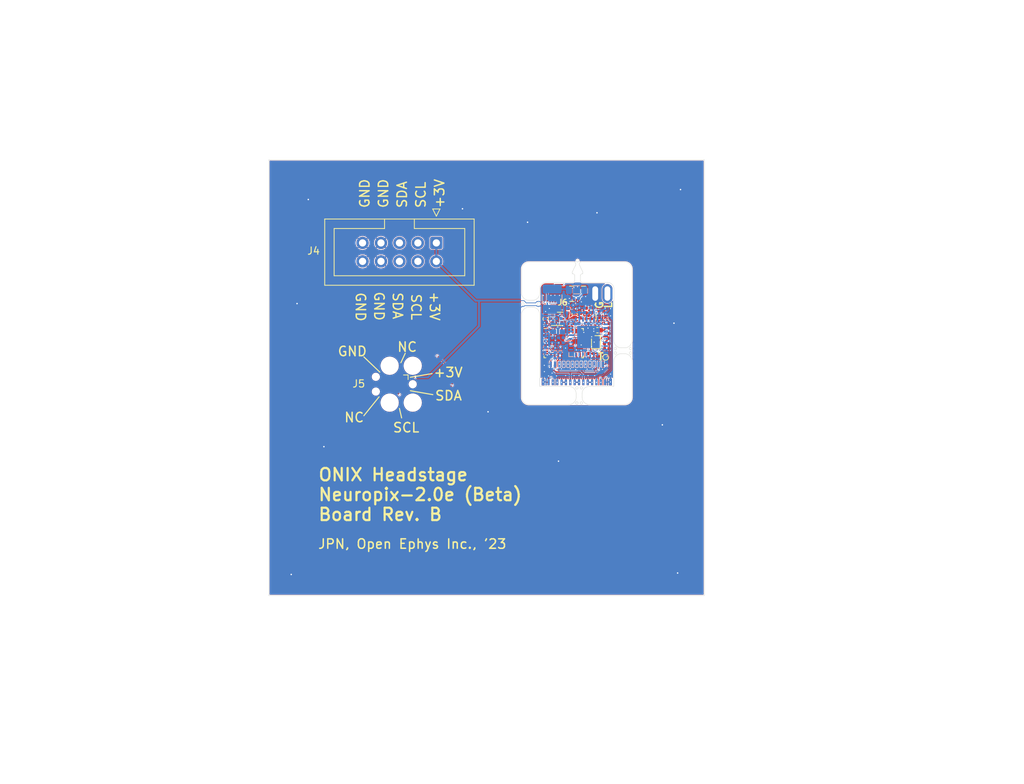
<source format=kicad_pcb>
(kicad_pcb (version 20221018) (generator pcbnew)
  (title_block (title "ONIX Neuropixels 2.0 Economical Headstage") (rev "B (Beta)") (company "Open Ephys, Inc") (comment 1 "Jonathan P. Newman"))
  (layers (0 "F.Cu" signal) (1 "In1.Cu" signal) (2 "In2.Cu" signal) (31 "B.Cu" signal) (34 "B.Paste" user) (35 "F.Paste" user) (36 "B.SilkS" user "B.Silkscreen") (37 "F.SilkS" user "F.Silkscreen") (38 "B.Mask" user) (39 "F.Mask" user) (44 "Edge.Cuts" user))
  (net 0 "")
  (net 1 "GND")
  (net 2 "+1V8")
  (net 3 "/Neuropixels 2.0/PCLK")
  (net 4 "Net-(D1-K)")
  (net 5 "/Neuropixels 2.0/SDA_{A}")
  (net 6 "+4V")
  (net 7 "/Neuropixels 2.0/SCL")
  (net 8 "Net-(#FLG03-pwr)")
  (net 9 "/Neuropixels 2.0/D7")
  (net 10 "Net-(L1-Pad2)")
  (net 11 "/Neuropixels 2.0/D6")
  (net 12 "/Neuropixels 2.0/D5")
  (net 13 "/Neuropixels 2.0/D4")
  (net 14 "/Neuropixels 2.0/D3")
  (net 15 "/Neuropixels 2.0/D2")
  (net 16 "/Neuropixels 2.0/D1")
  (net 17 "/Neuropixels 2.0/D0")
  (net 18 "/DC Tap & Regulation/RF+DC")
  (net 19 "/Neuropixels 2.0/NP_{TP0}")
  (net 20 "/Neuropixels 2.0/SDA_{B}")
  (net 21 "/Neuropixels 2.0/SDA")
  (net 22 "Net-(#FLG04-pwr)")
  (net 23 "/Neuropixels 2.0/NP_{Select}")
  (net 24 "+2V5")
  (net 25 "Net-(U3-DOUTP)")
  (net 26 "Net-(U3-DOUTN)")
  (net 27 "Net-(U3-PDB)")
  (net 28 "Net-(U7-CAP)")
  (net 29 "Net-(U3-GPIO3{slash}CLKIN)")
  (net 30 "Net-(U3-MODE)")
  (net 31 "Net-(U5-OUT)")
  (net 50 "+1.8VA")
  (net 51 "/Neuropixels 2.0/NP_{TP1}")
  (net 52 "/Serializer/Dout-")
  (net 56 "/Neuropixels 2.0/NP_{~{RST}}")
  (net 57 "/Neuropixels 2.0/NP_{~{MUXRST}}")
  (footprint "Resistor_SMD:R_0201_0603Metric" (layer "F.Cu") (at 141.225 87.2 -90)
    (fp_text reference "R6" hide)
    (fp_text value "10k" hide)
  )
  (footprint "Connector:Tag-Connect_TC2030-IDC-FP_2x03_P1.27mm_Vertical" (layer "F.Cu") (at 117.29 95.9 180)
    (fp_text reference "J5")
    (fp_text value "TC2030" hide)
  )
  (footprint "jonnew:OE_TP-Oval-2.8x1.6mm" (layer "F.Cu") (at 146.635 83.42 90)
    (fp_text reference "TP2" hide)
    (fp_text value "NP_{TP0}" hide)
  )
  (footprint "Capacitor_SMD:C_0201_0603Metric" (layer "F.Cu") (at 142.375 87.55 180)
    (fp_text reference "C13" hide)
    (fp_text value "10nF" hide)
  )
  (footprint "Resistor_SMD:R_0201_0603Metric" (layer "F.Cu") (at 145.825 85.85)
    (fp_text reference "R3" hide)
    (fp_text value "1k" hide)
  )
  (footprint "jonnew:MOLEX_5050700622" (layer "F.Cu") (at 139.085 83.43)
    (fp_text reference "J6")
    (fp_text value "050700622" hide)
  )
  (footprint "Package_LGA:LGA-28_5.2x3.8mm_P0.5mm" (layer "F.Cu") (at 140.6125 90.25)
    (fp_text reference "U7" hide)
    (fp_text value "BNO055" hide)
  )
  (footprint "jonnew:HIROSE_X.FL-R-SMT-1" (layer "F.Cu") (at 142.525 83.5)
    (fp_text reference "J1" hide)
    (fp_text value "X.FL-R-SMT-1(02)" hide)
  )
  (footprint "Capacitor_SMD:C_0402_1005Metric" (layer "F.Cu") (at 142.125 86.25 90)
    (fp_text reference "C15" hide)
    (fp_text value "10uF" hide)
  )
  (footprint "jonnew:OE_TP-Oval-2.8x1.6mm" (layer "F.Cu") (at 144.955 83.42 90)
    (fp_text reference "TP1" hide)
    (fp_text value "GND" hide)
  )
  (footprint "Resistor_SMD:R_0201_0603Metric" (layer "F.Cu") (at 138.375 85.35 180)
    (fp_text reference "R1" hide)
    (fp_text value "2k" hide)
  )
  (footprint "Capacitor_SMD:C_0201_0603Metric" (layer "F.Cu") (at 143.685 87.21 -90)
    (fp_text reference "C17" hide)
    (fp_text value "0.1uF" hide)
  )
  (footprint "Capacitor_SMD:C_0201_0603Metric" (layer "F.Cu") (at 142.975 86.45 90)
    (fp_text reference "C14" hide)
    (fp_text value "0.1uF" hide)
  )
  (footprint "Capacitor_SMD:C_0201_0603Metric" (layer "F.Cu") (at 146.875 89.25 90)
    (fp_text reference "C22" hide)
    (fp_text value "0.1uF" hide)
  )
  (footprint "Capacitor_SMD:C_0201_0603Metric" (layer "F.Cu") (at 144.725 92 -90)
    (fp_text reference "C9" hide)
    (fp_text value "0.1uF" hide)
  )
  (footprint "Capacitor_SMD:C_0201_0603Metric" (layer "F.Cu") (at 146.545 90.3)
    (fp_text reference "C7" hide)
    (fp_text value "0.1uF" hide)
  )
  (footprint "Capacitor_SMD:C_0201_0603Metric" (layer "F.Cu") (at 139.905 85.4 180)
    (fp_text reference "C2" hide)
    (fp_text value "1uF" hide)
  )
  (footprint "jonnew:MICROCHIP_TDFN-6-1EP_1.6x1.6mm_P0.5mm_EP0.5x1.4mm" (layer "F.Cu") (at 139.725 86.9)
    (fp_text reference "U1" hide)
    (fp_text value "MIC5335-JGYMT" hide)
  )
  (footprint "jonnew:KYOCERA_046844727002846+" (layer "F.Cu") (at 142.425 94.4)
    (fp_text reference "J2" hide)
    (fp_text value "046844727002846+" hide)
  )
  (footprint "Resistor_SMD:R_0201_0603Metric" (layer "F.Cu") (at 143.985 90.39 -90)
    (fp_text reference "R10" hide)
    (fp_text value "1k" hide)
  )
  (footprint "Inductor_SMD:L_0201_0603Metric" (layer "F.Cu") (at 146.855 87.85 90)
    (fp_text reference "L4" hide)
    (fp_text value "BLF03RD501GZED" hide)
  )
  (footprint "LOGO" (layer "F.Cu") (at 144.7 113.33)
    (fp_text reference "G***" hide)
    (fp_text value "LOGO" hide)
  )
  (footprint "Capacitor_SMD:C_0201_0603Metric" (layer "F.Cu") (at 144.475 85.7 90)
    (fp_text reference "C19" hide)
    (fp_text value "0.1uF" hide)
  )
  (footprint "Capacitor_SMD:C_0201_0603Metric" (layer "F.Cu") (at 146.545 91)
    (fp_text reference "C6" hide)
    (fp_text value "10nF" hide)
  )
  (footprint "Capacitor_SMD:C_0201_0603Metric" (layer "F.Cu") (at 144.385 87.21 -90)
    (fp_text reference "C16" hide)
    (fp_text value "10nF" hide)
  )
  (footprint "Capacitor_SMD:C_0402_1005Metric" (layer "F.Cu") (at 138.125 86.9 -90)
    (fp_text reference "C3" hide)
    (fp_text value "10uF" hide)
  )
  (footprint "Capacitor_SMD:C_0201_0603Metric" (layer "F.Cu") (at 141.225 85.8 90)
    (fp_text reference "C1" hide)
    (fp_text value "1uF" hide)
  )
  (footprint "jonnew:TestPoint_Pad_D0.6mm" (layer "F.Cu") (at 146.393 92.195)
    (fp_text reference "TP3" hide)
    (fp_text value "NP_{TP1}" hide)
  )
  (footprint "Capacitor_SMD:C_0201_0603Metric" (layer "F.Cu") (at 144.025 92 -90)
    (fp_text reference "C8" hide)
    (fp_text value "10nF" hide)
  )
  (footprint "Capacitor_SMD:C_0402_1005Metric" (layer "F.Cu") (at 145.255 88.47 180)
    (fp_text reference "C18" hide)
    (fp_text value "10uF" hide)
  )
  (footprint "Resistor_SMD:R_0201_0603Metric" (layer "F.Cu") (at 143.725 85.75 -90)
    (fp_text reference "R7" hide)
    (fp_text value "49.9" hide)
  )
  (footprint "Connector_IDC:IDC-Header_2x05_P2.54mm_Vertical" (layer "F.Cu") (at 123.08 76.4475 -90)
    (fp_text reference "J4")
    (fp_text value "SBH11-PBPC-D05-ST-BK" hide)
  )
  (footprint "jonnew:TI_YZP0006" (layer "F.Cu") (at 145.065 90.11)
    (fp_text reference "U4" hide)
    (fp_text value "TS5A3159AYZPR " hide)
  )
  (footprint "jonnew:ROHM_SML-P11MTT86R" (layer "F.Cu") (at 145.975 86.65)
    (fp_text reference "D1" hide)
    (fp_text value "SML-P11UTT86R" hide)
  )
  (footprint "Resistor_SMD:R_0201_0603Metric" (layer "F.Cu") (at 145.775 87.5 180)
    (fp_text reference "R4" hide)
    (fp_text value "10k" hide)
  )
  (footprint "Resistor_SMD:R_0201_0603Metric" (layer "F.Cu") (at 143.975 88.97 90)
    (fp_text reference "R9" hide)
    (fp_text value "1k" hide)
  )
  (footprint "Inductor_SMD:L_0805_2012Metric" (layer "B.Cu") (at 142.3875 82.9 180)
    (fp_text reference "L2" hide)
    (fp_text value "ASMPH-0805-4R7M-T" hide)
  )
  (footprint "jonnew:KYOCERA_046844727002846+" (layer "B.Cu") (at 142.425 94.39 180)
    (fp_text reference "J3" hide)
    (fp_text value "046844727002846+" hide)
  )
  (footprint "jonnew:ST_WLCSP5-0.959x1.073" (layer "B.Cu") (at 145.303 85.724 180)
    (fp_text reference "U6" hide)
    (fp_text value "M24C64-FCS6TP/K" hide)
  )
  (footprint "Capacitor_SMD:C_0201_0603Metric" (layer "B.Cu") (at 146.34 85.8 -90)
    (fp_text reference "C25" hide)
    (fp_text value "0.1uF" hide)
  )
  (footprint "jonnew:ONSEMI_567JZ_WLCSP4-0.64x0.64" (layer "B.Cu") (at 138.745 91.2 -90)
    (fp_text reference "U2" hide)
    (fp_text value "NCP163AFCT180T2G" hide)
  )
  (footprint "Resistor_SMD:R_0201_0603Metric" (layer "B.Cu") (at 138.375 86.9)
    (fp_text reference "R5" hide)
    (fp_text value "10k" hide)
  )
  (footprint "Capacitor_SMD:C_0201_0603Metric" (layer "B.Cu") (at 139.745 92.3 180)
    (fp_text reference "C28" hide)
    (fp_text value "0.1uF" hide)
  )
  (footprint "Capacitor_SMD:C_0402_1005Metric" (layer "B.Cu") (at 141.925 85.5 90)
    (fp_text reference "C12" hide)
    (fp_text value "10uF" hide)
  )
  (footprint "Capacitor_SMD:C_0201_0603Metric" (layer "B.Cu") (at 143.475 85.72 90)
    (fp_text reference "C11" hide)
    (fp_text value "0.1uF" hide)
  )
  (footprint "Resistor_SMD:R_0201_0603Metric" (layer "B.Cu") (at 140.165 91.25 90)
    (fp_text reference "R11" hide)
    (fp_text value "1k" hide)
  )
  (footprint "Inductor_SMD:L_0201_0603Metric" (layer "B.Cu") (at 141.055 85.78 -90)
    (fp_text reference "L3" hide)
    (fp_text value "BLF03RD501GZED" hide)
  )
  (footprint "Capacitor_SMD:C_0201_0603Metric" (layer "B.Cu") (at 139.445 91.25 90)
    (fp_text reference "C4" hide)
    (fp_text value "1uF" hide)
  )
  (footprint "Resistor_SMD:R_0201_0603Metric" (layer "B.Cu") (at 140.225 89.5 180)
    (fp_text reference "R12" hide)
    (fp_text value "22" hide)
  )
  (footprint "Capacitor_SMD:C_0201_0603Metric" (layer "B.Cu") (at 139.935 86.86)
    (fp_text reference "C21" hide)
    (fp_text value "1uF" hide)
  )
  (footprint "jonnew:ECS_2016MV" (layer "B.Cu") (at 139.825 88.2)
    (fp_text reference "U5" hide)
    (fp_text value "ECS-2016MV-480-CN-TR" hide)
  )
  (footprint "LOGO" (layer "B.Cu") (at 143.695 84.376 180)
    (fp_text reference "G***" hide)
    (fp_text value "LOGO" hide)
  )
  (footprint "Capacitor_SMD:C_0201_0603Metric" (layer "B.Cu") (at 139.055 89.84 90)
    (fp_text reference "C27" hide)
    (fp_text value "0.1uF" hide)
  )
  (footprint "Capacitor_SMD:C_0201_0603Metric" (layer "B.Cu") (at 140.225 90.2 180)
    (fp_text reference "C24" hide)
    (fp_text value "27pF" hide)
  )
  (footprint "Resistor_SMD:R_0201_0603Metric" (layer "B.Cu") (at 142.325 84.1)
    (fp_text reference "R2" hide)
    (fp_text value "2k" hide)
  )
  (footprint "Capacitor_SMD:C_0201_0603Metric" (layer "B.Cu") (at 138.045 91.2 -90)
    (fp_text reference "C5" hide)
    (fp_text value "1uF" hide)
  )
  (footprint "Capacitor_SMD:C_0201_0603Metric" (layer "B.Cu") (at 138.125 89.62 -90)
    (fp_text reference "C26" hide)
    (fp_text value "0.1uF" hide)
  )
  (footprint "Capacitor_SMD:C_0201_0603Metric" (layer "B.Cu") (at 142.775 85.7 90)
    (fp_text reference "C10" hide)
    (fp_text value "10nF" hide)
  )
  (footprint "jonnew:TI_RTV0032A" (layer "B.Cu") (at 144.025 89.4)
    (fp_text reference "U3" hide)
    (fp_text value "DS90UB933TRTVTQ1" hide)
  )
  (footprint "Inductor_SMD:L_1210_3225Metric" (layer "B.Cu") (at 139.025 84.2 90)
    (fp_text reference "L1" hide)
    (fp_text value "CBC3225T101MR" hide)
  )
  (footprint "Capacitor_SMD:C_0201_0603Metric" (layer "B.Cu") (at 138.145 88.17 90)
    (fp_text reference "C23" hide)
    (fp_text value "10nF" hide)
  )
  (footprint "Capacitor_SMD:C_0201_0603Metric" (layer "B.Cu") (at 144.325 85.7 90)
    (fp_text reference "C20" hide)
    (fp_text value "47nF" hide)
  )
  (gr_line (start 122.5 94.44) (end 119.5 94.9475) (stroke (width 0.15)) (layer "F.SilkS"))
  (gr_line (start 113.1 100.24) (end 115.2 97.64) (stroke (width 0.15)) (layer "F.SilkS"))
  (gr_line (start 113.1 92.14) (end 115.3 94.24) (stroke (width 0.15)) (layer "F.SilkS"))
  (gr_line (start 118 99.24) (end 118.3 100.54) (stroke (width 0.15)) (layer "F.SilkS"))
  (gr_line (start 118.8 91.64) (end 118.2 92.94) (stroke (width 0.15)) (layer "F.SilkS"))
  (gr_line (start 122.6 97.34) (end 119.5 96.8) (stroke (width 0.15)) (layer "F.SilkS"))
  (gr_circle (center 135 84.85) (end 135.175 84.85) (stroke (width 0.05)) (fill none) (layer "Edge.Cuts"))
  (gr_line (start 141.8 80.45) (end 141.8 80.7) (stroke (width 0.05)) (layer "Edge.Cuts"))
  (gr_line (start 142.975 79.075) (end 149.025 79.075) (stroke (width 0.05)) (layer "Edge.Cuts"))
  (gr_arc (start 149.025 79.075) (mid 149.732107 79.367893) (end 150.025 80.075) (stroke (width 0.05)) (layer "Edge.Cuts"))
  (gr_line (start 146.675 81.9) (end 143.175 81.9) (stroke (width 0.05)) (layer "Edge.Cuts"))
  (gr_line (start 144.15 98.7) (end 149.025 98.7) (stroke (width 0.05)) (layer "Edge.Cuts"))
  (gr_circle (center 149.825 90.987107) (end 150 90.987107) (stroke (width 0.05)) (fill none) (layer "Edge.Cuts"))
  (gr_line (start 141.875 80.7) (end 141.8 80.7) (stroke (width 0.05)) (layer "Edge.Cuts"))
  (gr_line (start 137.325 82.75) (end 137.325 83.35) (stroke (width 0.05)) (layer "Edge.Cuts"))
  (gr_line (start 135.825 84.35) (end 136.325 84.35) (stroke (width 0.05)) (layer "Edge.Cuts"))
  (gr_arc (start 135.825 98.7) (mid 135.117893 98.407107) (end 134.825 97.7) (stroke (width 0.05)) (layer "Edge.Cuts"))
  (gr_arc (start 149.025 91.707107) (mid 149.732107 92) (end 150.025 92.707107) (stroke (width 0.05)) (layer "Edge.Cuts"))
  (gr_circle (center 147.725 90.987107) (end 147.9 90.987107) (stroke (width 0.05)) (fill none) (layer "Edge.Cuts"))
  (gr_arc (start 134.825 80.075) (mid 135.117893 79.367893) (end 135.825 79.075) (stroke (width 0.05)) (layer "Edge.Cuts"))
  (gr_arc (start 142.125 81.65) (mid 142.051777 81.826777) (end 141.875 81.9) (stroke (width 0.05)) (layer "Edge.Cuts"))
  (gr_arc (start 141.33 96.2) (mid 142.037103 96.492897) (end 142.33 97.2) (stroke (width 0.05)) (layer "Edge.Cuts"))
  (gr_line (start 150.025 80.075) (end 150.025 89.887107) (stroke (width 0.05)) (layer "Edge.Cuts"))
  (gr_line (start 134.825 80.075) (end 134.825 83.35) (stroke (width 0.05)) (layer "Edge.Cuts"))
  (gr_line (start 142.231313 79.560212) (end 141.8 80.45) (stroke (width 0.05)) (layer "Edge.Cuts"))
  (gr_line (start 143.175 80.7) (end 143.25 80.7) (stroke (width 0.05)) (layer "Edge.Cuts"))
  (gr_arc (start 142.925 80.95) (mid 142.998223 80.773223) (end 143.175 80.7) (stroke (width 0.05)) (layer "Edge.Cuts"))
  (gr_line (start 143.15 97.2) (end 143.15 97.7) (stroke (width 0.05)) (layer "Edge.Cuts"))
  (gr_line (start 150.025 97.7) (end 150.025 92.707107) (stroke (width 0.05)) (layer "Edge.Cuts"))
  (gr_arc (start 143.15 97.2) (mid 143.442896 96.492896) (end 144.15 96.2) (stroke (width 0.05)) (layer "Edge.Cuts"))
  (gr_line (start 137.325 96.2) (end 141.33 96.2) (stroke (width 0.05)) (layer "Edge.Cuts"))
  (gr_circle (center 149.825 91.607107) (end 150 91.607107) (stroke (width 0.05)) (fill none) (layer "Edge.Cuts"))
  (gr_arc (start 135.825 84.35) (mid 135.117893 84.057107) (end 134.825 83.35) (stroke (width 0.05)) (layer "Edge.Cuts"))
  (gr_line (start 147.525 96.2) (end 147.525 92.707107) (stroke (width 0.05)) (layer "Edge.Cuts"))
  (gr_line (start 143.25 80.7) (end 143.25 80.45) (stroke (width 0.05)) (layer "Edge.Cuts"))
  (gr_arc (start 150.025 89.887107) (mid 149.732107 90.594214) (end 149.025 90.887107) (stroke (width 0.05)) (layer "Edge.Cuts"))
  (gr_line (start 141.875 81.9) (end 138.175 81.9) (stroke (width 0.05)) (layer "Edge.Cuts"))
  (gr_circle (center 142.525 78.9) (end 142.7 78.9) (stroke (width 0.05)) (fill none) (layer "Edge.Cuts"))
  (gr_arc (start 144.15 98.7) (mid 143.44289 98.40711) (end 143.15 97.7) (stroke (width 0.05)) (layer "Edge.Cuts"))
  (gr_arc (start 150.025 97.7) (mid 149.732107 98.407107) (end 149.025 98.7) (stroke (width 0.05)) (layer "Edge.Cuts"))
  (gr_arc (start 143.175 81.9) (mid 142.998223 81.826777) (end 142.925 81.65) (stroke (width 0.05)) (layer "Edge.Cuts"))
  (gr_line (start 136.325 85.3) (end 135.825 85.3) (stroke (width 0.05)) (layer "Edge.Cuts"))
  (gr_arc (start 142.818687 79.560212) (mid 142.774006 79.278034) (end 142.975 79.075001) (stroke (width 0.05)) (layer "Edge.Cuts"))
  (gr_arc (start 142.33 97.7) (mid 142.037108 98.407108) (end 141.33 98.7) (stroke (width 0.05)) (layer "Edge.Cuts"))
  (gr_line (start 142.33 97.7) (end 142.33 97.2) (stroke (width 0.05)) (layer "Edge.Cuts"))
  (gr_arc (start 137.325 82.75) (mid 137.573959 82.148959) (end 138.175 81.9) (stroke (width 0.05)) (layer "Edge.Cuts"))
  (gr_circle (center 137.125 84.85) (end 137.3 84.85) (stroke (width 0.05)) (fill none) (layer "Edge.Cuts"))
  (gr_circle (center 142.43 96.4) (end 142.605 96.4) (stroke (width 0.05)) (fill none) (layer "Edge.Cuts"))
  (gr_line (start 137.325 86.3) (end 137.325 96.2) (stroke (width 0.05)) (layer "Edge.Cuts"))
  (gr_arc (start 148.525 90.887107) (mid 147.817893 90.594214) (end 147.525 89.887107) (stroke (width 0.05)) (layer "Edge.Cuts"))
  (gr_arc (start 147.525 92.707107) (mid 147.817893 92) (end 148.525 91.707107) (stroke (width 0.05)) (layer "Edge.Cuts"))
  (gr_arc (start 146.675 81.9) (mid 147.276041 82.148959) (end 147.525 82.75) (stroke (width 0.05)) (layer "Edge.Cuts"))
  (gr_line (start 134.825 86.3) (end 134.825 97.7) (stroke (width 0.05)) (layer "Edge.Cuts"))
  (gr_line (start 142.075 79.075001) (end 135.825 79.075) (stroke (width 0.05)) (layer "Edge.Cuts"))
  (gr_line (start 142.925 81.65) (end 142.925 80.95) (stroke (width 0.05)) (layer "Edge.Cuts"))
  (gr_circle (center 143.05 96.4) (end 143.225 96.4) (stroke (width 0.05)) (fill none) (layer "Edge.Cuts"))
  (gr_line (start 148.525 90.887107) (end 149.025 90.887107) (stroke (width 0.05)) (layer "Edge.Cuts"))
  (gr_line (start 143.25 80.45) (end 142.818687 79.560212) (stroke (width 0.05)) (layer "Edge.Cuts"))
  (gr_line (start 144.15 96.2) (end 147.525 96.2) (stroke (width 0.05)) (layer "Edge.Cuts"))
  (gr_arc (start 137.325 83.35) (mid 137.032107 84.057107) (end 136.325 84.35) (stroke (width 0.05)) (layer "Edge.Cuts"))
  (gr_circle (center 147.725 91.607107) (end 147.9 91.607107) (stroke (width 0.05)) (fill none) (layer "Edge.Cuts"))
  (gr_arc (start 134.825 86.3) (mid 135.117893 85.592893) (end 135.825 85.3) (stroke (width 0.05)) (layer "Edge.Cuts"))
  (gr_line (start 135.825 98.7) (end 141.33 98.7) (stroke (width 0.05)) (layer "Edge.Cuts"))
  (gr_circle (center 143.05 98.5) (end 143.225 98.5) (stroke (width 0.05)) (fill none) (layer "Edge.Cuts"))
  (gr_line (start 142.125 80.95) (end 142.125 81.65) (stroke (width 0.05)) (layer "Edge.Cuts"))
  (gr_circle (center 142.43 98.5) (end 142.605 98.5) (stroke (width 0.05)) (fill none) (layer "Edge.Cuts"))
  (gr_arc (start 142.075 79.075001) (mid 142.275993 79.278034) (end 142.231313 79.560212) (stroke (width 0.05)) (layer "Edge.Cuts"))
  (gr_line (start 147.525 89.887107) (end 147.525 82.75) (stroke (width 0.05)) (layer "Edge.Cuts"))
  (gr_arc (start 141.875 80.7) (mid 142.051777 80.773223) (end 142.125 80.95) (stroke (width 0.05)) (layer "Edge.Cuts"))
  (gr_line (start 149.025 91.707107) (end 148.525 91.707107) (stroke (width 0.05)) (layer "Edge.Cuts"))
  (gr_arc (start 136.325 85.3) (mid 137.032107 85.592893) (end 137.325 86.3) (stroke (width 0.05)) (layer "Edge.Cuts"))
  (gr_rect (start 100 65) (end 160 125) (stroke (width 0.05)) (fill none) (layer "Edge.Cuts"))
  (gr_text "SCL" (at 119.53 83.3475 -90) (layer "F.SilkS") (effects (font (size 1.3 1.3) (thickness 0.2) bold) (justify left bottom)))
  (gr_text "JPN, Open Ephys Inc., '23" (at 106.7 117.9) (layer "F.SilkS") (effects (font (size 1.3 1.3) (thickness 0.2)) (justify left)))
  (gr_text "GND" (at 113.98 71.7475 90) (layer "F.SilkS") (effects (font (size 1.3 1.3) (thickness 0.2) bold) (justify left bottom)))
  (gr_text "T" (at 145.2 92.72) (layer "F.SilkS") (effects (font (size 1 1) (thickness 0.2) bold) (justify left bottom)))
  (gr_text "GND" (at 111.88 83.1475 -90) (layer "F.SilkS") (effects (font (size 1.3 1.3) (thickness 0.2) bold) (justify left bottom)))
  (gr_text "GND" (at 116.555 71.7475 90) (layer "F.SilkS") (effects (font (size 1.3 1.3) (thickness 0.2) bold) (justify left bottom)))
  (gr_text "+3V" (at 122.6 95.04) (layer "F.SilkS") (effects (font (size 1.3 1.3) (thickness 0.2) bold) (justify left bottom)))
  (gr_text "NC" (at 110.3 101.24) (layer "F.SilkS") (effects (font (size 1.3 1.3) (thickness 0.2) bold) (justify left bottom)))
  (gr_text "G" (at 146.125 85.63 90) (layer "F.SilkS") (effects (font (size 1 1) (thickness 0.2) bold) (justify left bottom)))
  (gr_text "ONIX Headstage \nNeuropix-2.0e (Beta)\nBoard Rev. B" (at 106.7 111.1) (layer "F.SilkS") (effects (font (size 1.7 1.7) (thickness 0.3) bold) (justify left)))
  (gr_text "SCL" (at 117 102.64) (layer "F.SilkS") (effects (font (size 1.3 1.3) (thickness 0.2) bold) (justify left bottom)))
  (gr_text "SDA" (at 119.13 71.7475 90) (layer "F.SilkS") (effects (font (size 1.3 1.3) (thickness 0.2) bold) (justify left bottom)))
  (gr_text "SDA" (at 122.8 98.24) (layer "F.SilkS") (effects (font (size 1.3 1.3) (thickness 0.2) bold) (justify left bottom)))
  (gr_text "NC" (at 117.6 91.54) (layer "F.SilkS") (effects (font (size 1.3 1.3) (thickness 0.2) bold) (justify left bottom)))
  (gr_text "GND" (at 109.4 92.14) (layer "F.SilkS") (effects (font (size 1.3 1.3) (thickness 0.2) bold) (justify left bottom)))
  (gr_text "L" (at 147.355 85.57 90) (layer "F.SilkS") (effects (font (size 1 1) (thickness 0.2) bold) (justify left bottom)))
  (gr_text "+3V" (at 124.28 71.7475 90) (layer "F.SilkS") (effects (font (size 1.3 1.3) (thickness 0.2) bold) (justify left bottom)))
  (gr_text "SDA" (at 116.98 83.1475 -90) (layer "F.SilkS") (effects (font (size 1.3 1.3) (thickness 0.2) bold) (justify left bottom)))
  (gr_text "GND" (at 114.43 83.0475 -90) (layer "F.SilkS") (effects (font (size 1.3 1.3) (thickness 0.2) bold) (justify left bottom)))
  (gr_text "+3V" (at 122.08 83.0475 270) (layer "F.SilkS") (effects (font (size 1.3 1.3) (thickness 0.2) bold) (justify left bottom)))
  (gr_text "SCL" (at 121.705 71.7475 90) (layer "F.SilkS") (effects (font (size 1.3 1.3) (thickness 0.2) bold) (justify left bottom)))
  (segment (start 142.8625 92.2305) (end 142.6525 92.4405) (width 0.1) (layer "F.Cu") (net 1))
  (segment (start 139.725 86.584264) (end 139.859264 86.45) (width 0.2) (layer "F.Cu") (net 1))
  (segment (start 141.7545 87.2495) (end 141.625 87.2495) (width 0.2) (layer "F.Cu") (net 1))
  (segment (start 142.125 85.22) (end 142.125 85.77) (width 0.2) (layer "F.Cu") (net 1))
  (segment (start 142.8625 91.9125) (end 142.8625 92.2305) (width 0.1) (layer "F.Cu") (net 1))
  (segment (start 139.725 86.9) (end 139.725 86.584264) (width 0.2) (layer "F.Cu") (net 1))
  (segment (start 138.525 95.65) (end 138.525 94.75) (width 0.15) (layer "F.Cu") (net 1))
  (segment (start 141.925 85.02) (end 142.125 85.22) (width 0.2) (layer "F.Cu") (net 1))
  (segment (start 142.055 87.55) (end 141.7545 87.2495) (width 0.2) (layer "F.Cu") (net 1))
  (via (at 146.3295 85.430109) (size 0.25) (drill 0.15) (layers "F.Cu" "B.Cu") (net 1))
  (via (at 137.8905 88.93) (size 0.25) (drill 0.15) (layers "F.Cu" "B.Cu") (net 1))
  (via (at 142.125 95.65) (size 0.25) (drill 0.15) (layers "F.Cu" "B.Cu") (net 1))
  (via (at 142.725 94.7255) (size 0.25) (drill 0.15) (layers "F.Cu" "B.Cu") (net 1))
  (via (at 156.3 121.9) (size 0.3) (drill 0.2) (layers "F.Cu" "B.Cu") (net 1))
  (via (at 142.04 94.7255) (size 0.25) (drill 0.15) (layers "F.Cu" "B.Cu") (net 1))
  (via (at 139.816562 87.440904) (size 0.25) (drill 0.15) (layers "F.Cu" "B.Cu") (net 1))
  (via (at 139.8 88.025498) (size 0.25) (drill 0.15) (layers "F.Cu" "B.Cu") (net 1))
  (via (at 145.475 87.55) (size 0.25) (drill 0.15) (layers "F.Cu" "B.Cu") (net 1))
  (via (at 143.97 94.72) (size 0.25) (drill 0.15) (layers "F.Cu" "B.Cu") (net 1))
  (via (at 139.445 90.9) (size 0.25) (drill 0.15) (layers "F.Cu" "B.Cu") (net 1))
  (via (at 139.9 106.5) (size 0.3) (drill 0.2) (layers "F.Cu" "B.Cu") (net 1))
  (via (at 143.96 88.18) (size 0.25) (drill 0.15) (layers "F.Cu" "B.Cu") (net 1))
  (via (at 142.525 82.475) (size 0.25) (drill 0.15) (layers "F.Cu" "B.Cu") (net 1))
  (via (at 137.9155 87.943311) (size 0.25) (drill 0.15) (layers "F.Cu" "B.Cu") (net 1))
  (via (at 139.47 89.25) (size 0.25) (drill 0.15) (layers "F.Cu" "B.Cu") (net 1))
  (via (at 135.64 73.6) (size 0.3) (drill 0.2) (layers "F.Cu" "B.Cu") (net 1))
  (via (at 144.458 90.722) (size 0.25) (drill 0.15) (layers "F.Cu" "B.Cu") (net 1))
  (via (at 143.05 84.5595) (size 0.25) (drill 0.15) (layers "F.Cu" "B.Cu") (net 1))
  (via (at 137.79 95.59) (size 0.25) (drill 0.15) (layers "F.Cu" "B.Cu") (net 1))
  (via (at 147.06 95.59) (size 0.25) (drill 0.15) (layers "F.Cu" "B.Cu") (net 1))
  (via (at 143.636 83.83) (size 0.25) (drill 0.15) (layers "F.Cu" "B.Cu") (net 1))
  (via (at 141.53 93.78) (size 0.25) (drill 0.15) (layers "F.Cu" "B.Cu") (net 1))
  (via (at 140.033 83.672) (size 0.25) (drill 0.15) (layers "F.Cu" "B.Cu") (net 1))
  (via (at 145.953 93.861) (size 0.25) (drill 0.15) (layers "F.Cu" "B.Cu") (net 1))
  (via (at 144.88 94.72) (size 0.25) (drill 0.15) (layers "F.Cu" "B.Cu") (net 1))
  (via (at 138.859 83.67) (size 0.25) (drill 0.15) (layers "F.Cu" "B.Cu") (net 1))
  (via (at 145.765 84.891) (size 0.25) (drill 0.15) (layers "F.Cu" "B.Cu") (net 1))
  (via (at 143.152225 85.674051) (size 0.25) (drill 0.15) (layers "F.Cu" "B.Cu") (net 1))
  (via (at 144.755 88.27) (size 0.25) (drill 0.15) (layers "F.Cu" "B.Cu") (net 1))
  (via (at 147.0645 85.492) (size 0.25) (drill 0.15) (layers "F.Cu" "B.Cu") (net 1))
  (via (at 138.36 91.9) (size 0.25) (drill 0.15) (layers "F.Cu" "B.Cu") (net 1))
  (via (at 139.025 90.25) (size 0.25) (drill 0.15) (layers "F.Cu" "B.Cu") (net 1))
  (via (at 141.61 88.04) (size 0.25) (drill 0.15) (layers "F.Cu" "B.Cu") (net 1))
  (via (at 144.465 89.37) (size 0.25) (drill 0.15) (layers "F.Cu" "B.Cu") (net 1))
  (via (at 144.525 95.65) (size 0.25) (drill 0.15) (layers "F.Cu" "B.Cu") (net 1))
  (via (at 143.025 90.5) (size 0.25) (drill 0.15) (layers "F.Cu" "B.Cu") (net 1))
  (via (at 143.925 95.65) (size 0.25) (drill 0.15) (layers "F.Cu" "B.Cu") (net 1))
  (via (at 139.62 94.75) (size 0.25) (drill 0.15) (layers "F.Cu" "B.Cu") (net 1))
  (via (at 139.15 86.9) (size 0.25) (drill 0.15) (layers "F.Cu" "B.Cu") (net 1))
  (via (at 140.925 95.65) (size 0.25) (drill 0.15) (layers "F.Cu" "B.Cu") (net 1))
  (via (at 140.111601 92.511601) (size 0.25) (drill 0.15) (layers "F.Cu" "B.Cu") (net 1))
  (via (at 142.019 82.5993) (size 0.25) (drill 0.15) (layers "F.Cu" "B.Cu") (net 1))
  (via (at 143.845 93.83) (size 0.25) (drill 0.15) (layers "F.Cu" "B.Cu") (net 1))
  (via (at 140.31 93.78) (size 0.25) (drill 0.15) (layers "F.Cu" "B.Cu") (net 1))
  (via (at 137.88 89.5) (size 0.25) (drill 0.15) (layers "F.Cu" "B.Cu") (net 1))
  (via (at 137.8107 83.68) (size 0.25) (drill 0.15) (layers "F.Cu" "B.Cu") (net 1))
  (via (at 139.925 90.2) (size 0.25) (drill 0.15) (layers "F.Cu" "B.Cu") (net 1))
  (via (at 144.755 88.61) (size 0.25) (drill 0.15) (layers "F.Cu" "B.Cu") (net 1))
  (via (at 140.325 95.65) (size 0.25) (drill 0.15) (layers "F.Cu" "B.Cu") (net 1))
  (via (at 138.525 94.75) (size 0.25) (drill 0.15) (layers "F.Cu" "B.Cu") (net 1))
  (via (at 126.68 71.7475) (size 0.3) (drill 0.2) (layers "F.Cu" "B.Cu") (net 1))
  (via (at 156.7 69.1) (size 0.3) (drill 0.2) (layers "F.Cu" "B.Cu") (net 1))
  (via (at 155.8 87.5) (size 0.3) (drill 0.2) (layers "F.Cu" "B.Cu") (net 1))
  (via (at 141.313 84.798) (size 0.25) (drill 0.15) (layers "F.Cu" "B.Cu") (net 1))
  (via (at 143.725 87.6) (size 0.25) (drill 0.15) (layers "F.Cu" "B.Cu") (net 1))
  (via (at 144.565 93.78) (size 0.25) (drill 0.15) (layers "F.Cu" "B.Cu") (net 1))
  (via (at 144.815 90.11) (size 0.25) (drill 0.15) (layers "F.Cu" "B.Cu") (net 1))
  (via (at 142.775 85.4) (size 0.25) (drill 0.15) (layers "F.Cu" "B.Cu") (net 1))
  (via (at 141.395 84.09) (size 0.25) (drill 0.15) (layers "F.Cu" "B.Cu") (net 1))
  (via (at 140.4505 87.83) (size 0.25) (drill 0.15) (layers "F.Cu" "B.Cu") (net 1))
  (via (at 147.07 94.51) (size 0.25) (drill 0.15) (layers "F.Cu" "B.Cu") (net 1))
  (via (at 139.395 83.656) (size 0.25) (drill 0.15) (layers "F.Cu" "B.Cu") (net 1))
  (via (at 143.285 88.25) (size 0.25) (drill 0.15) (layers "F.Cu" "B.Cu") (net 1))
  (via (at 144.385 87.53) (size 0.25) (drill 0.15) (layers "F.Cu" "B.Cu") (net 1))
  (via (at 147.0675 86.488) (size 0.25) (drill 0.15) (layers "F.Cu" "B.Cu") (net 1))
  (via (at 107.6 104.5) (size 0.3) (drill 0.2) (layers "F.Cu" "B.Cu") (net 1))
  (via (at 140.869 90.928) (size 0.25) (drill 0.15) (layers "F.Cu" "B.Cu") (net 1))
  (via (at 103.1 122.1) (size 0.3) (drill 0.2) (layers "F.Cu" "B.Cu") (net 1))
  (via (at 142.264 93.877) (size 0.25) (drill 0.15) (layers "F.Cu" "B.Cu") (net 1))
  (via (at 139.463 89.867) (size 0.25) (drill 0.15) (layers "F.Cu" "B.Cu") (net 1))
  (via (at 143 91.2445) (size 0.25) (drill 0.15) (layers "F.Cu" "B.Cu") (net 1))
  (via (at 140.88 94.72) (size 0.25) (drill 0.15) (layers "F.Cu" "B.Cu") (net 1))
  (via (at 143.385 88.77) (size 0.25) (drill 0.15) (layers "F.Cu" "B.Cu") (net 1))
  (via (at 144.909 84.978) (size 0.25) (drill 0.15) (layers "F.Cu" "B.Cu") (net 1))
  (via (at 139.02 94.38) (size 0.25) (drill 0.15) (layers "F.Cu" "B.Cu") (net 1))
  (via (at 105.45 70.47) (size 0.3) (drill 0.2) (layers "F.Cu" "B.Cu") (net 1))
  (via (at 142.725 95.65) (size 0.25) (drill 0.15) (layers "F.Cu" "B.Cu") (net 1))
  (via (at 137.955 94.17) (size 0.25) (drill 0.15) (layers "F.Cu" "B.Cu") (net 1))
  (via (at 142.355 91.17) (size 0.25) (drill 0.15) (layers "F.Cu" "B.Cu") (net 1))
  (via (at 145.2 72.3) (size 0.3) (drill 0.2) (layers "F.Cu" "B.Cu") (net 1))
  (via (at 137.975 87.44) (size 0.25) (drill 0.15) (layers "F.Cu" "B.Cu") (net 1))
  (via (at 154.2 101.5) (size 0.3) (drill 0.2) (layers "F.Cu" "B.Cu") (net 1))
  (via (at 141.625 87.2495) (size 0.25) (drill 0.15) (layers "F.Cu" "B.Cu") (net 1))
  (via (at 103.9 84.8) (size 0.3) (drill 0.2) (layers "F.Cu" "B.Cu") (net 1))
  (via (at 130.2 99.7) (size 0.3) (drill 0.2) (layers "F.Cu" "B.Cu") (net 1))
  (via (at 142.238584 85.504971) (size 0.25) (drill 0.15) (layers "F.Cu" "B.Cu") (net 1))
  (via (at 141.925 85.02) (size 0.25) (drill 0.15) (layers "F.Cu" "B.Cu") (net 1))
  (via (at 137.764181 91.279454) (size 0.25) (drill 0.15) (layers "F.Cu" "B.Cu") (net 1))
  (via (at 137.947 93.305) (size 0.25) (drill 0.15) (layers "F.Cu" "B.Cu") (net 1))
  (via (at 139.859264 86.45) (size 0.25) (drill 0.15) (layers "F.Cu" "B.Cu") (net 1))
  (segment (start 139.014485 91.375) (end 138.92 91.375) (width 0.15) (layer "B.Cu") (net 1))
  (segment (start 139.02 94.38) (end 138.825 94.185) (width 0.15) (layer "B.Cu") (net 1))
  (segment (start 139.445 90.93) (end 139.445 90.944485) (width 0.15) (layer "B.Cu") (net 1))
  (segment (start 139.445 90.944485) (end 139.014485 91.375) (width 0.15) (layer "B.Cu") (net 1))
  (segment (start 137.251898 85.184601) (end 137.364132 85.107132) (width 0.1) (layer "B.Cu") (net 1))
  (segment (start 135.126898 85.184601) (end 135.267859 85.087303) (width 0.1) (layer "B.Cu") (net 1))
  (segment (start 146.3295 85.430109) (end 146.211891 85.430109) (width 0.15) (layer "B.Cu") (net 1))
  (segment (start 134.077 85.75) (end 133.438 86.389) (width 0.2) (layer "B.Cu") (net 1))
  (segment (start 134.362843 85.75) (end 134.6 85.75) (width 0.2) (layer "B.Cu") (net 1))
  (segment (start 134.956865 85.205246) (end 135.126898 85.184601) (width 0.1) (layer "B.Cu") (net 1))
  (segment (start 137.512157 85.255157) (end 137.512157 86.977157) (width 0.1) (layer "B.Cu") (net 1))
  (segment (start 138.825 94.185) (end 138.825 93.15) (width 0.15) (layer "B.Cu") (net 1))
  (segment (start 134.890806 85.180194) (end 134.956865 85.205246) (width 0.1) (layer "B.Cu") (net 1))
  (segment (start 139.859264 86.45) (end 140.255 86.845736) (width 0.2) (layer "B.Cu") (net 1))
  (segment (start 135.267859 85.087303) (end 136.871034 85.087303) (width 0.1) (layer "B.Cu") (net 1))
  (segment (start 134.6 85.75) (end 134.6 85.471) (width 0.1) (layer "B.Cu") (net 1))
  (segment (start 140.255 86.845736) (end 140.255 86.86) (width 0.2) (layer "B.Cu") (net 1))
  (segment (start 136.921713 85.144509) (end 137.081865 85.205246) (width 0.1) (layer "B.Cu") (net 1))
  (segment (start 134.6 85.471) (end 134.890806 85.180194) (width 0.1) (layer "B.Cu") (net 1))
  (segment (start 134.362843 85.75) (end 134.077 85.75) (width 0.2) (layer "B.Cu") (net 1))
  (segment (start 136.871034 85.087303) (end 136.921713 85.144509) (width 0.1) (layer "B.Cu") (net 1))
  (segment (start 137.081865 85.205246) (end 137.251898 85.184601) (width 0.1) (layer "B.Cu") (net 1))
  (segment (start 137.512157 86.977157) (end 137.975 87.44) (width 0.1) (layer "B.Cu") (net 1))
  (segment (start 137.364132 85.107132) (end 137.512157 85.255157) (width 0.1) (layer "B.Cu") (net 1))
  (segment (start 146.211891 85.430109) (end 145.9725 85.6695) (width 0.15) (layer "B.Cu") (net 1))
  (segment (start 142.77 87.475) (end 142.695 87.55) (width 0.2) (layer "F.Cu") (net 2))
  (segment (start 142.975 86.77) (end 142.77 86.975) (width 0.2) (layer "F.Cu") (net 2))
  (segment (start 146.009096 89.345) (end 146.65 89.345) (width 0.2) (layer "F.Cu") (net 2))
  (segment (start 141.585 86.88) (end 141.735 86.73) (width 0.2) (layer "F.Cu") (net 2))
  (segment (start 146.225 90.3) (end 146.225 90.22) (width 0.2) (layer "F.Cu") (net 2))
  (segment (start 141.225 86.88) (end 141.585 86.88) (width 0.2) (layer "F.Cu") (net 2))
  (segment (start 145.545 91.68) (end 144.725 91.68) (width 0.2) (layer "F.Cu") (net 2))
  (segment (start 144.385 91.68) (end 144.725 91.68) (width 0.2) (layer "F.Cu") (net 2))
  (segment (start 145.957485 89.396611) (end 145.957485 89.409457) (width 0.2) (layer "F.Cu") (net 2))
  (segment (start 146.266 90.959) (end 146.225 91) (width 0.2) (layer "F.Cu") (net 2))
  (segment (start 139.435 84.34) (end 139.435 84.73) (width 0.15) (layer "F.Cu") (net 2))
  (segment (start 141.225 86.12) (end 141.225 86.88) (width 0.2) (layer "F.Cu") (net 2))
  (segment (start 146.855 87.46) (end 146.855 87.37) (width 0.1) (layer "F.Cu") (net 2))
  (segment (start 144.248 91.774) (end 144.342 91.68) (width 0.1) (layer "F.Cu") (net 2))
  (segment (start 145.957485 89.396611) (end 146.009096 89.345) (width 0.2) (layer "F.Cu") (net 2))
  (segment (start 146.266 90.341) (end 146.266 90.959) (width 0.2) (layer "F.Cu") (net 2))
  (segment (start 144.025 91.68) (end 144.385 91.68) (width 0.2) (layer "F.Cu") (net 2))
  (segment (start 146.855 87.37) (end 146.855 87.53) (width 0.2) (layer "F.Cu") (net 2))
  (segment (start 142.77 86.975) (end 142.77 87.475) (width 0.2) (layer "F.Cu") (net 2))
  (segment (start 142.935 86.73) (end 142.975 86.77) (width 0.2) (layer "F.Cu") (net 2))
  (segment (start 141.735 86.73) (end 142.125 86.73) (width 0.2) (layer "F.Cu") (net 2))
  (segment (start 146.390891 86.253101) (end 146.425 86.28721) (width 0.2) (layer "F.Cu") (net 2))
  (segment (start 145.957485 89.409457) (end 145.315 90.051942) (width 0.2) (layer "F.Cu") (net 2))
  (segment (start 143.132037 86.612963) (end 142.975 86.77) (width 0.2) (layer "F.Cu") (net 2))
  (segment (start 146.855 87.53) (end 146.855 87.46) (width 0.1) (layer "F.Cu") (net 2))
  (segment (start 146.425 86.94) (end 146.425 86.65) (width 0.2) (layer "F.Cu") (net 2))
  (segment (start 146.65 89.345) (end 146.875 89.57) (width 0.2) (layer "F.Cu") (net 2))
  (segment (start 146.855 87.54) (end 146.855 87.46) (width 0.2) (layer "F.Cu") (net 2))
  (segment (start 146.225 90.3) (end 146.266 90.341) (width 0.2) (layer "F.Cu") (net 2))
  (segment (start 146.425 86.94) (end 146.855 87.37) (width 0.2) (layer "F.Cu") (net 2))
  (segment (start 146.225 90.22) (end 146.875 89.57) (width 0.2) (layer "F.Cu") (net 2))
  (segment (start 138.8625 89.0875) (end 139.025 89.25) (width 0.2) (layer "F.Cu") (net 2))
  (segment (start 146.425 86.28721) (end 146.425 86.65) (width 0.2) (layer "F.Cu") (net 2))
  (segment (start 143.157963 86.612963) (end 143.132037 86.612963) (width 0.2) (layer "F.Cu") (net 2))
  (segment (start 142.125 86.73) (end 142.935 86.73) (width 0.2) (layer "F.Cu") (net 2))
  (segment (start 140.375 86.9) (end 141.205 86.9) (width 0.2) (layer "F.Cu") (net 2))
  (segment (start 141.205 86.9) (end 141.225 86.88) (width 0.2) (layer "F.Cu") (net 2))
  (segment (start 145.315 90.051942) (end 145.315 90.11) (width 0.2) (layer "F.Cu") (net 2))
  (segment (start 146.225 91) (end 145.545 91.68) (width 0.2) (layer "F.Cu") (net 2))
  (segment (start 138.8625 88.5875) (end 138.8625 89.0875) (width 0.2) (layer "F.Cu") (net 2))
  (segment (start 144.342 91.68) (end 144.385 91.68) (width 0.1) (layer "F.Cu") (net 2))
  (via (at 139.435 84.73) (size 0.25) (drill 0.15) (layers "F.Cu" "B.Cu") (net 2))
  (via (at 139.025 89.25) (size 0.25) (drill 0.15) (layers "F.Cu" "B.Cu") (net 2))
  (via (at 146.390891 86.253101) (size 0.25) (drill 0.15) (layers "F.Cu" "B.Cu") (net 2))
  (via (at 138.63668 88.080474) (size 0.25) (drill 0.15) (layers "F.Cu" "B.Cu") (net 2))
  (via (at 144.248 91.774) (size 0.25) (drill 0.15) (layers "F.Cu" "B.Cu") (net 2))
  (via (at 143.157963 86.612963) (size 0.25) (drill 0.15) (layers "F.Cu" "B.Cu") (net 2))
  (via (at 140.775 86.9) (size 0.25) (drill 0.15) (layers "F.Cu" "B.Cu") (net 2))
  (via (at 146.425 86.94) (size 0.25) (drill 0.15) (layers "F.Cu" "B.Cu") (net 2))
  (via (at 145.957485 89.396611) (size 0.25) (drill 0.15) (layers "F.Cu" "B.Cu") (net 2))
  (via (at 139.017 90.668) (size 0.25) (drill 0.15) (layers "F.Cu" "B.Cu") (net 2))
  (segment (start 145.774999 92.170001) (end 145.774999 91.8) (width 0.2) (layer "B.Cu") (net 2))
  (segment (start 138.375 87.403554) (end 138.375 87.22) (width 0.1) (layer "B.Cu") (net 2))
  (segment (start 145.7775 85.3775) (end 145.503 85.3775) (width 0.2) (layer "B.Cu") (net 2))
  (segment (start 139.025 89.58) (end 139.025 89.25) (width 0.2) (layer "B.Cu") (net 2))
  (segment (start 141.055 86.62) (end 140.775 86.9) (width 0.2) (layer "B.Cu") (net 2))
  (segment (start 139.017 90.668) (end 139.017 90.928) (width 0.1) (layer "B.Cu") (net 2))
  (segment (start 138.615 88.102154) (end 138.615 88.49) (width 0.2) (layer "B.Cu") (net 2))
  (segment (start 138.145 88.49) (end 138.615 88.49) (width 0.2) (layer "B.Cu") (net 2))
  (segment (start 144.275 91.8) (end 144.275 92.2) (width 0.2) (layer "B.Cu") (net 2))
  (segment (start 139.017 90.928) (end 138.92 91.025) (width 0.1) (layer "B.Cu") (net 2))
  (segment (start 139.1 87.725) (end 139.1 88.625) (width 0.1) (layer "B.Cu") (net 2))
  (segment (start 146.390891 86.253101) (end 146.390891 86.083373) (width 0.2) (layer "B.Cu") (net 2))
  (segment (start 138.8 88.675) (end 139.05 88.675) (width 0.2) (layer "B.Cu") (net 2))
  (segment (start 146.74 85.734264) (end 146.74 85.183) (width 0.2) (layer "B.Cu") (net 2))
  (segment (start 139.1 87.725) (end 138.696446 87.725) (width 0.1) (layer "B.Cu") (net 2))
  (segment (start 144.275 92.2) (end 144.397 92.322) (width 0.2) (layer "B.Cu") (net 2))
  (segment (start 143.274999 87) (end 143.274999 86.729999) (width 0.2) (layer "B.Cu") (net 2))
  (segment (start 144.397 92.322) (end 145.623 92.322) (width 0.2) (layer "B.Cu") (net 2))
  (segment (start 139.1 88.625) (end 139.05 88.675) (width 0.1) (layer "B.Cu") (net 2))
  (segment (start 146.434268 86.209724) (end 146.434268 86.129268) (width 0.2) (layer "B.Cu") (net 2))
  (segment (start 146.607 85.05) (end 146.105 85.05) (width 0.2) (layer "B.Cu") (net 2))
  (segment (start 138.375 87.22) (end 138.055 86.9) (width 0.1) (layer "B.Cu") (net 2))
  (segment (start 141.055 86.1) (end 141.055 86.62) (width 0.2) (layer "B.Cu") (net 2))
  (segment (start 143.274999 86.729999) (end 143.157963 86.612963) (width 0.2) (layer "B.Cu") (net 2))
  (segment (start 146.390891 86.083373) (end 146.74 85.734264) (width 0.2) (layer "B.Cu") (net 2))
  (segment (start 145.623 92.322) (end 145.774999 92.170001) (width 0.2) (layer "B.Cu") (net 2))
  (segment (start 146.390891 86.253101) (end 146.434268 86.209724) (width 0.2) (layer "B.Cu") (net 2))
  (segment (start 138.63668 88.080474) (end 138.615 88.102154) (width 0.2) (layer "B.Cu") (net 2))
  (segment (start 146.74 85.183) (end 146.607 85.05) (width 0.2) (layer "B.Cu") (net 2))
  (segment (start 146.105 85.05) (end 145.7775 85.3775) (width 0.2) (layer "B.Cu") (net 2))
  (segment (start 138.615 88.49) (end 138.8 88.675) (width 0.2) (layer "B.Cu") (net 2))
  (segment (start 138.696446 87.725) (end 138.375 87.403554) (width 0.1) (layer "B.Cu") (net 2))
  (via (at 141.58 90.27) (size 0.25) (drill 0.15) (layers "F.Cu" "B.Cu") (net 3))
  (via (at 142.425 93.15) (size 0.25) (drill 0.15) (layers "F.Cu" "B.Cu") (net 3))
  (segment (start 139.905 89.5) (end 139.905 89.56) (width 0.1) (layer "B.Cu") (net 3))
  (segment (start 139.905 89.56) (end 140.545 90.2) (width 0.1) (layer "B.Cu") (net 3))
  (segment (start 141.51 90.2) (end 140.545 90.2) (width 0.1) (layer "B.Cu") (net 3))
  (segment (start 141.58 90.27) (end 141.51 90.2) (width 0.1) (layer "B.Cu") (net 3))
  (segment (start 145.505 86.63) (end 145.525 86.65) (width 0.1) (layer "F.Cu") (net 4))
  (segment (start 145.505 85.85) (end 145.505 86.63) (width 0.1) (layer "F.Cu") (net 4))
  (segment (start 144.395 89.07) (end 144.685 89.07) (width 0.1) (layer "F.Cu") (net 5))
  (segment (start 143.485 89.14) (end 141.39 89.14) (width 0.1) (layer "F.Cu") (net 5))
  (segment (start 144.685 89.07) (end 144.815 89.2) (width 0.1) (layer "F.Cu") (net 5))
  (segment (start 144.815 89.2) (end 144.815 89.61) (width 0.1) (layer "F.Cu") (net 5))
  (segment (start 138.98 92.53) (end 138.825 92.685) (width 0.1) (layer "F.Cu") (net 5))
  (segment (start 141.39 89.14) (end 141.07 89.46) (width 0.1) (layer "F.Cu") (net 5))
  (segment (start 143.975 88.65) (end 143.485 89.14) (width 0.1) (layer "F.Cu") (net 5))
  (segment (start 143.975 88.65) (end 144.395 89.07) (width 0.1) (layer "F.Cu") (net 5))
  (segment (start 138.825 92.685) (end 138.825 93.15) (width 0.1) (layer "F.Cu") (net 5))
  (via (at 138.98 92.53) (size 0.25) (drill 0.15) (layers "F.Cu" "B.Cu") (net 5))
  (via (at 141.07 89.46) (size 0.25) (drill 0.15) (layers "F.Cu" "B.Cu") (net 5))
  (segment (start 138.81 87.4) (end 139.075 87.4) (width 0.1) (layer "F.Cu") (net 6))
  (segment (start 138.3612 84.5938) (end 138.3612 82.665) (width 0.2) (layer "F.Cu") (net 6))
  (segment (start 138.125 85.890002) (end 138.124999 85.890001) (width 0.2) (layer "F.Cu") (net 6))
  (segment (start 139.075 87.5) (end 139.325 87.75) (width 0.1) (layer "F.Cu") (net 6))
  (segment (start 138.695 87.285) (end 138.81 87.4) (width 0.1) (layer "F.Cu") (net 6))
  (segment (start 138.355 84.2) (end 138.36 84.195) (width 0.1) (layer "F.Cu") (net 6))
  (segment (start 120.2 94.945) (end 118.875 94.945) (width 0.2) (layer "F.Cu") (net 6))
  (segment (start 138.125 86.42) (end 138.745 86.42) (width 0.2) (layer "F.Cu") (net 6))
  (segment (start 139.075 87.4) (end 139.075 87.5) (width 0.1) (layer "F.Cu") (net 6))
  (segment (start 138.745 86.42) (end 139.055 86.42) (width 0.2) (layer "F.Cu") (net 6))
  (segment (start 138.355 84.6) (end 138.355 84.2) (width 0.1) (layer "F.Cu") (net 6))
  (segment (start 138.125 86.42) (end 138.125 85.890002) (width 0.2) (layer "F.Cu") (net 6))
  (segment (start 118.875 94.945) (end 118.555 95.265) (width 0.2) (layer "F.Cu") (net 6))
  (segment (start 139.055 86.42) (end 139.075 86.4) (width 0.2) (layer "F.Cu") (net 6))
  (segment (start 138.355 84.6) (end 138.3612 84.5938) (width 0.2) (layer "F.Cu") (net 6))
  (segment (start 138.3612 84.5938) (end 138.3612 84.195) (width 0.2) (layer "F.Cu") (net 6))
  (segment (start 138.695 86.47) (end 138.695 87.285) (width 0.1) (layer "F.Cu") (net 6))
  (segment (start 140.083446 87.75) (end 140.375 87.458446) (width 0.1) (layer "F.Cu") (net 6))
  (segment (start 138.745 86.42) (end 138.695 86.47) (width 0.1) (layer "F.Cu") (net 6))
  (segment (start 140.375 87.458446) (end 140.375 87.4) (width 0.1) (layer "F.Cu") (net 6))
  (segment (start 139.325 87.75) (end 140.083446 87.75) (width 0.1) (layer "F.Cu") (net 6))
  (via (at 138.640419 85.4752) (size 0.25) (drill 0.15) (layers "F.Cu" "B.Cu") (net 6))
  (via (at 138.124999 85.890001) (size 0.25) (drill 0.15) (layers "F.Cu" "B.Cu") (net 6))
  (via (at 120.2 94.945) (size 0.3) (drill 0.2) (layers "F.Cu" "B.Cu") (net 6))
  (via (at 138.355 84.6) (size 0.25) (drill 0.15) (layers "F.Cu" "B.Cu") (net 6))
  (segment (start 138.355 85.189781) (end 138.640419 85.4752) (width 0.2) (layer "B.Cu") (net 6))
  (segment (start 123.08 76.4475) (end 123.08 78.9875) (width 0.3) (layer "B.Cu") (net 6))
  (segment (start 128.39625 84.30375) (end 128.4925 84.4) (width 0.3) (layer "B.Cu") (net 6))
  (segment (start 128.39625 84.30375) (end 123.08 78.9875) (width 0.3) (layer "B.Cu") (net 6))
  (segment (start 136.746095 84.7) (end 135.45 84.7) (width 0.1) (layer "B.Cu") (net 6))
  (segment (start 136.921848 84.524247) (end 136.746095 84.7) (width 0.1) (layer "B.Cu") (net 6))
  (segment (start 138.640419 85.4752) (end 138.279105 85.4752) (width 0.1) (layer "B.Cu") (net 6))
  (segment (start 137.125 84.488443) (end 136.968126 84.524247) (width 0.1) (layer "B.Cu") (net 6))
  (segment (start 135.45 84.7) (end 135.15 84.4) (width 0.1) (layer "B.Cu") (net 6))
  (segment (start 120.2 94.945) (end 121.9 94.945) (width 0.3) (layer "B.Cu") (net 6))
  (segment (start 121.9 94.945) (end 128.954058 87.890942) (width 0.3) (layer "B.Cu") (net 6))
  (segment (start 137.292348 84.488443) (end 137.125 84.488443) (width 0.1) (layer "B.Cu") (net 6))
  (segment (start 138.355 84.6) (end 138.355 85.189781) (width 0.2) (layer "B.Cu") (net 6))
  (segment (start 138.279105 85.4752) (end 137.292348 84.488443) (width 0.1) (layer "B.Cu") (net 6))
  (segment (start 136.968126 84.524247) (end 136.921848 84.524247) (width 0.1) (layer "B.Cu") (net 6))
  (segment (start 128.4925 84.4) (end 134.5 84.4) (width 0.3) (layer "B.Cu") (net 6))
  (segment (start 128.954058 87.890942) (end 128.954058 84.557808) (width 0.3) (layer "B.Cu") (net 6))
  (segment (start 135.15 84.4) (end 134.5 84.4) (width 0.1) (layer "B.Cu") (net 6))
  (segment (start 138.735 84.74) (end 138.735 84.34) (width 0.1) (layer "F.Cu") (net 7))
  (segment (start 140.8905 89.857389) (end 141.538611 89.857389) (width 0.1) (layer "F.Cu") (net 7))
  (segment (start 141.538611 89.857389) (end 141.896 89.5) (width 0.1) (layer "F.Cu") (net 7))
  (segment (start 117.285 96.625) (end 117.285 96.535) (width 0.2) (layer "F.Cu") (net 7))
  (segment (start 141.896 89.5) (end 143 89.5) (width 0.1) (layer "F.Cu") (net 7))
  (segment (start 139.642609 93.772609) (end 139.425 93.555) (width 0.1) (layer "F.Cu") (net 7))
  (segment (start 118 97.34) (end 117.285 96.625) (width 0.2) (layer "F.Cu") (net 7))
  (segment (start 139.425 93.555) (end 139.425 93.15) (width 0.1) (layer "F.Cu") (net 7))
  (via (at 118 97.34) (size 0.3) (drill 0.2) (layers "F.Cu" "B.Cu") (net 7))
  (via (at 140.165 90.82) (size 0.25) (drill 0.15) (layers "F.Cu" "B.Cu") (net 7))
  (via (at 145.087061 86.139374) (size 0.25) (drill 0.15) (layers "F.Cu" "B.Cu") (net 7))
  (via (at 138.735 84.74) (size 0.25) (drill 0.15) (layers "F.Cu" "B.Cu") (net 7))
  (via (at 139.642609 93.772609) (size 0.25) (drill 0.15) (layers "F.Cu" "B.Cu") (net 7))
  (via (at 140.8905 89.857389) (size 0.25) (drill 0.15) (layers "F.Cu" "B.Cu") (net 7))
  (via (at 141.846 89.5455) (size 0.25) (drill 0.15) (layers "F.Cu" "B.Cu") (net 7))
  (segment (start 140.05 94.18) (end 144.74 94.18) (width 0.1) (layer "B.Cu") (net 7))
  (segment (start 139.642609 93.772609) (end 140.05 94.18) (width 0.1) (layer "B.Cu") (net 7))
  (segment (start 144.74 94.18) (end 145.425 93.495) (width 0.1) (layer "B.Cu") (net 7))
  (segment (start 145.425 93.495) (end 145.425 93.15) (width 0.1) (layer "B.Cu") (net 7))
  (segment (start 141.082611 89.857389) (end 141.29 89.65) (width 0.1) (layer "B.Cu") (net 7))
  (segment (start 140.165 90.82) (end 140.145 90.84) (width 0.1) (layer "B.Cu") (net 7))
  (segment (start 141.29 89.65) (end 141.625 89.65) (width 0.1) (layer "B.Cu") (net 7))
  (segment (start 140.145 90.84) (end 140.145 90.93) (width 0.1) (layer "B.Cu") (net 7))
  (segment (start 141.7415 89.65) (end 141.625 89.65) (width 0.1) (layer "B.Cu") (net 7))
  (segment (start 140.8905 89.857389) (end 141.082611 89.857389) (width 0.1) (layer "B.Cu") (net 7))
  (segment (start 141.846 89.5455) (end 141.7415 89.65) (width 0.1) (layer "B.Cu") (net 7))
  (segment (start 142.775 86.02) (end 141.965 86.02) (width 0.2) (layer "B.Cu") (net 8))
  (segment (start 141.405 85.46) (end 141.925 85.98) (width 0.2) (layer "B.Cu") (net 8))
  (segment (start 142.775 87) (end 142.775 86.02) (width 0.2) (layer "B.Cu") (net 8))
  (segment (start 143.475 86.04) (end 142.795 86.04) (width 0.2) (layer "B.Cu") (net 8))
  (segment (start 141.965 86.02) (end 141.925 85.98) (width 0.2) (layer "B.Cu") (net 8))
  (segment (start 142.795 86.04) (end 142.775 86.02) (width 0.2) (layer "B.Cu") (net 8))
  (segment (start 141.055 85.46) (end 141.405 85.46) (width 0.2) (layer "B.Cu") (net 8))
  (via (at 144.039 91.196) (size 0.25) (drill 0.15) (layers "F.Cu" "B.Cu") (net 9))
  (via (at 140.025 93.15) (size 0.25) (drill 0.15) (layers "F.Cu" "B.Cu") (net 9))
  (segment (start 144.774998 91.688954) (end 144.774998 91.8) (width 0.1) (layer "B.Cu") (net 9))
  (segment (start 144.193 91.35) (end 144.436044 91.35) (width 0.1) (layer "B.Cu") (net 9))
  (segment (start 144.039 91.196) (end 144.193 91.35) (width 0.1) (layer "B.Cu") (net 9))
  (segment (start 144.436044 91.35) (end 144.774998 91.688954) (width 0.1) (layer "B.Cu") (net 9))
  (segment (start 137.921788 84.6557) (end 138.055 84.788912) (width 0.1) (layer "F.Cu") (net 10))
  (segment (start 138.055 84.788912) (end 138.055 85.35) (width 0.1) (layer "F.Cu") (net 10))
  (via (at 137.921788 84.6557) (size 0.25) (drill 0.15) (layers "F.Cu" "B.Cu") (net 10))
  (segment (start 142.005 84.1) (end 142.005 84) (width 0.1) (layer "B.Cu") (net 10))
  (segment (start 138.125 84.345) (end 138.125 82.79) (width 0.1) (layer "B.Cu") (net 10))
  (segment (start 137.921788 84.6557) (end 137.921788 84.548212) (width 0.1) (layer "B.Cu") (net 10))
  (segment (start 141.325 83.32) (end 141.325 82.8) (width 0.1) (layer "B.Cu") (net 10))
  (segment (start 142.005 84) (end 141.325 83.32) (width 0.1) (layer "B.Cu") (net 10))
  (segment (start 138.125 82.79) (end 138.355 82.56) (width 0.1) (layer "B.Cu") (net 10))
  (segment (start 141.325 82.8) (end 139.025 82.8) (width 0.2) (layer "B.Cu") (net 10))
  (segment (start 137.921788 84.548212) (end 138.125 84.345) (width 0.1) (layer "B.Cu") (net 10))
  (via (at 144.657623 91.183377) (size 0.25) (drill 0.15) (layers "F.Cu" "B.Cu") (net 11))
  (via (at 140.625 93.15) (size 0.25) (drill 0.15) (layers "F.Cu" "B.Cu") (net 11))
  (segment (start 145.275 91.688956) (end 145.275 91.8) (width 0.1) (layer "B.Cu") (net 11))
  (segment (start 144.825 91.35) (end 144.936044 91.35) (width 0.1) (layer "B.Cu") (net 11))
  (segment (start 144.658377 91.183377) (end 144.825 91.35) (width 0.1) (layer "B.Cu") (net 11))
  (segment (start 144.936044 91.35) (end 145.275 91.688956) (width 0.1) (layer "B.Cu") (net 11))
  (segment (start 144.657623 91.183377) (end 144.658377 91.183377) (width 0.1) (layer "B.Cu") (net 11))
  (via (at 141.225 93.15) (size 0.25) (drill 0.15) (layers "F.Cu" "B.Cu") (net 12))
  (via (at 145.581 91.166314) (size 0.25) (drill 0.15) (layers "F.Cu" "B.Cu") (net 12))
  (segment (start 145.581 91.166314) (end 145.581 91.163) (width 0.1) (layer "B.Cu") (net 12))
  (segment (start 145.757 90.987) (end 146.05 90.987) (width 0.1) (layer "B.Cu") (net 12))
  (segment (start 145.581 91.163) (end 145.757 90.987) (width 0.1) (layer "B.Cu") (net 12))
  (segment (start 146.05 90.987) (end 146.213 91.15) (width 0.1) (layer "B.Cu") (net 12))
  (segment (start 146.213 91.15) (end 146.425 91.15) (width 0.1) (layer "B.Cu") (net 12))
  (via (at 141.825 93.15) (size 0.25) (drill 0.15) (layers "F.Cu" "B.Cu") (net 13))
  (via (at 145.8555 90.672278) (size 0.25) (drill 0.15) (layers "F.Cu" "B.Cu") (net 13))
  (segment (start 145.8555 90.672278) (end 145.877778 90.65) (width 0.1) (layer "B.Cu") (net 13))
  (segment (start 145.877778 90.65) (end 146.425 90.65) (width 0.1) (layer "B.Cu") (net 13))
  (via (at 143.025 93.15) (size 0.25) (drill 0.15) (layers "F.Cu" "B.Cu") (net 14))
  (via (at 145.9455 89.880356) (size 0.25) (drill 0.15) (layers "F.Cu" "B.Cu") (net 14))
  (segment (start 145.9455 89.880356) (end 146.215145 90.150001) (width 0.1) (layer "B.Cu") (net 14))
  (segment (start 146.215145 90.150001) (end 146.425 90.150001) (width 0.1) (layer "B.Cu") (net 14))
  (via (at 146.316587 89.6695) (size 0.25) (drill 0.15) (layers "F.Cu" "B.Cu") (net 15))
  (via (at 143.625 93.15) (size 0.25) (drill 0.15) (layers "F.Cu" "B.Cu") (net 15))
  (via (at 146.4505 89.02) (size 0.25) (drill 0.15) (layers "F.Cu" "B.Cu") (net 16))
  (via (at 144.225 93.15) (size 0.25) (drill 0.15) (layers "F.Cu" "B.Cu") (net 16))
  (via (at 146.558524 88.558259) (size 0.25) (drill 0.15) (layers "F.Cu" "B.Cu") (net 17))
  (via (at 144.834 93.406) (size 0.25) (drill 0.15) (layers "F.Cu" "B.Cu") (net 17))
  (segment (start 142.525 84.475) (end 142.92 84.87) (width 0.172) (layer "F.Cu") (net 18))
  (segment (start 144.435 85.325) (end 144.435 85.38) (width 0.172) (layer "F.Cu") (net 18))
  (segment (start 143.98 84.87) (end 144.435 85.325) (width 0.172) (layer "F.Cu") (net 18))
  (segment (start 142.92 84.87) (end 143.98 84.87) (width 0.172) (layer "F.Cu") (net 18))
  (via (at 142.525 84.475) (size 0.25) (drill 0.15) (layers "F.Cu" "B.Cu") (net 18))
  (segment (start 143.45 82.8) (end 143.45 83.295) (width 0.2) (layer "B.Cu") (net 18))
  (segment (start 143.45 83.295) (end 142.645 84.1) (width 0.2) (layer "B.Cu") (net 18))
  (segment (start 142.525 84.475) (end 142.525 84.22) (width 0.2) (layer "B.Cu") (net 18))
  (segment (start 142.525 84.22) (end 142.645 84.1) (width 0.2) (layer "B.Cu") (net 18))
  (segment (start 146.325 95.135) (end 146.325 95.65) (width 0.1) (layer "F.Cu") (net 19))
  (segment (start 146.46 95) (end 146.325 95.135) (width 0.1) (layer "F.Cu") (net 19))
  (via (at 138.875 94.98) (size 0.25) (drill 0.15) (layers "F.Cu" "B.Cu") (net 19))
  (via (at 146.46 95) (size 0.25) (drill 0.15) (layers "F.Cu" "B.Cu") (net 19))
  (segment (start 138.775 95.08) (end 138.67 95.08) (width 0.1) (layer "B.Cu") (net 19))
  (segment (start 138.525 95.225) (end 138.525 95.625) (width 0.1) (layer "B.Cu") (net 19))
  (segment (start 138.875 94.98) (end 138.775 95.08) (width 0.1) (layer "B.Cu") (net 19))
  (segment (start 138.67 95.08) (end 138.525 95.225) (width 0.1) (layer "B.Cu") (net 19))
  (segment (start 144.652 90.447) (end 144.815 90.61) (width 0.1) (layer "F.Cu") (net 20))
  (segment (start 143.985 90.71) (end 144.248 90.447) (width 0.1) (layer "F.Cu") (net 20))
  (segment (start 143.325 93.936) (end 143.554601 94.165601) (width 0.1) (layer "F.Cu") (net 20))
  (segment (start 143.325 92.67) (end 143.325 93.936) (width 0.1) (layer "F.Cu") (net 20))
  (segment (start 143.525 91.528) (end 143.525 92.47) (width 0.1) (layer "F.Cu") (net 20))
  (segment (start 143.764 91.289) (end 143.525 91.528) (width 0.1) (layer "F.Cu") (net 20))
  (segment (start 146.544 93.782) (end 146.544 93.341) (width 0.1) (layer "F.Cu") (net 20))
  (segment (start 143.554601 94.165601) (end 146.160399 94.165601) (width 0.1) (layer "F.Cu") (net 20))
  (segment (start 146.160399 94.165601) (end 146.544 93.782) (width 0.1) (layer "F.Cu") (net 20))
  (segment (start 143.525 92.47) (end 143.325 92.67) (width 0.1) (layer "F.Cu") (net 20))
  (segment (start 143.985 90.71) (end 143.764 90.931) (width 0.1) (layer "F.Cu") (net 20))
  (segment (start 144.248 90.447) (end 144.652 90.447) (width 0.1) (layer "F.Cu") (net 20))
  (segment (start 143.764 90.931) (end 143.764 91.289) (width 0.1) (layer "F.Cu") (net 20))
  (via (at 146.544 93.341) (size 0.25) (drill 0.15) (layers "F.Cu" "B.Cu") (net 20))
  (segment (start 146.358 93.155) (end 146.025 93.155) (width 0.1) (layer "B.Cu") (net 20))
  (segment (start 146.544 93.341) (end 146.358 93.155) (width 0.1) (layer "B.Cu") (net 20))
  (segment (start 142.169964 88.035277) (end 142.193875 88.059188) (width 0.1) (layer "F.Cu") (net 21))
  (segment (start 142.8625 88.5875) (end 142.8625 88.033) (width 0.1) (layer "F.Cu") (net 21))
  (segment (start 125.255 94.055) (end 125.255 96.035) (width 0.2) (layer "F.Cu") (net 21))
  (segment (start 143.17525 87.58) (end 143.17525 87.72025) (width 0.1) (layer "F.Cu") (net 21))
  (segment (start 143.17525 87.72025) (end 142.836312 88.059188) (width 0.1) (layer "F.Cu") (net 21))
  (segment (start 125.255 96.035) (end 124.55 96.74) (width 0.2) (layer "F.Cu") (net 21))
  (segment (start 142.193875 88.059188) (end 142.836312 88.059188) (width 0.1) (layer "F.Cu") (net 21))
  (segment (start 124.55 96.74) (end 118.76 96.74) (width 0.2) (layer "F.Cu") (net 21))
  (segment (start 145.315 90.61) (end 145.315 91.036) (width 0.1) (layer "F.Cu") (net 21))
  (segment (start 145.315 91.036) (end 145.162623 91.188377) (width 0.1) (layer "F.Cu") (net 21))
  (segment (start 139.085 84.73) (end 139.085 84.34) (width 0.1) (layer "F.Cu") (net 21))
  (segment (start 123.2 92) (end 125.255 94.055) (width 0.2) (layer "F.Cu") (net 21))
  (segment (start 118.76 96.74) (end 118.555 96.535) (width 0.2) (layer "F.Cu") (net 21))
  (segment (start 142.8625 88.033) (end 142.836312 88.059188) (width 0.1) (layer "F.Cu") (net 21))
  (via (at 142.22 90.55) (size 0.25) (drill 0.15) (layers "F.Cu" "B.Cu") (net 21))
  (via (at 143.17525 87.58) (size 0.25) (drill 0.15) (layers "F.Cu" "B.Cu") (net 21))
  (via (at 142.169964 88.035277) (size 0.25) (drill 0.15) (layers "F.Cu" "B.Cu") (net 21))
  (via (at 145.162623 91.188377) (size 0.25) (drill 0.15) (layers "F.Cu" "B.Cu") (net 21))
  (via (at 139.085 84.73) (size 0.25) (drill 0.15) (layers "F.Cu" "B.Cu") (net 21))
  (via (at 123.2 92) (size 0.3) (drill 0.2) (layers "F.Cu" "B.Cu") (net 21))
  (via (at 145.033 85.713) (size 0.25) (drill 0.15) (layers "F.Cu" "B.Cu") (net 21))
  (via (at 125.255 96.035) (size 0.3) (drill 0.2) (layers "F.Cu" "B.Cu") (net 21))
  (segment (start 145.033 85.713) (end 145.292 85.713) (width 0.1) (layer "B.Cu") (net 21))
  (segment (start 142.22 89.45) (end 142.22 90.55) (width 0.1) (layer "B.Cu") (net 21))
  (segment (start 145.292 85.713) (end 145.303 85.724) (width 0.1) (layer "B.Cu") (net 21))
  (segment (start 141.92 89.15) (end 142.22 89.45) (width 0.1) (layer "B.Cu") (net 21))
  (segment (start 142.169964 88.035277) (end 142.169964 88.900036) (width 0.1) (layer "B.Cu") (net 21))
  (segment (start 141.92 89.15) (end 141.625 89.15) (width 0.1) (layer "B.Cu") (net 21))
  (segment (start 142.169964 88.900036) (end 141.92 89.15) (width 0.1) (layer "B.Cu") (net 21))
  (segment (start 146.855 88.18) (end 146.435 88.18) (width 0.2) (layer "F.Cu") (net 22))
  (segment (start 144.8095 87.580498) (end 144.8095 87.6345) (width 0.2) (layer "F.Cu") (net 22))
  (segment (start 144.615 86.88) (end 143.725 86.88) (width 0.2) (layer "F.Cu") (net 22))
  (segment (start 146.435 88.18) (end 146.145 88.47) (width 0.2) (layer "F.Cu") (net 22))
  (segment (start 146.145 88.47) (end 145.735 88.47) (width 0.2) (layer "F.Cu") (net 22))
  (segment (start 144.8095 87.0745) (end 144.615 86.88) (width 0.2) (layer "F.Cu") (net 22))
  (segment (start 144.8095 87.6345) (end 145.645 88.47) (width 0.2) (layer "F.Cu") (net 22))
  (segment (start 144.8095 87.580498) (end 144.8095 87.0745) (width 0.2) (layer "F.Cu") (net 22))
  (segment (start 145.645 88.47) (end 145.735 88.47) (width 0.2) (layer "F.Cu") (net 22))
  (via (at 144.8095 87.580498) (size 0.25) (drill 0.15) (layers "F.Cu" "B.Cu") (net 22))
  (segment (start 144.8095 87.580498) (end 144.774998 87.545996) (width 0.2) (layer "B.Cu") (net 22))
  (segment (start 144.774998 87.545996) (end 144.774998 87) (width 0.2) (layer "B.Cu") (net 22))
  (segment (start 145.801 89.0045) (end 145.6005 89.0045) (width 0.1) (layer "F.Cu") (net 23))
  (segment (start 145.6005 89.0045) (end 145.315 89.29) (width 0.1) (layer "F.Cu") (net 23))
  (segment (start 145.315 89.29) (end 145.315 89.61) (width 0.1) (layer "F.Cu") (net 23))
  (via (at 145.801 89.0045) (size 0.25) (drill 0.15) (layers "F.Cu" "B.Cu") (net 23))
  (via (at 146.074 87.516) (size 0.25) (drill 0.15) (layers "F.Cu" "B.Cu") (net 23))
  (segment (start 146.208 87.65) (end 146.425 87.65) (width 0.1) (layer "B.Cu") (net 23))
  (segment (start 146.074 87.516) (end 146.208 87.65) (width 0.1) (layer "B.Cu") (net 23))
  (segment (start 138.225 90.5) (end 138.225 90) (width 0.1) (layer "F.Cu") (net 24))
  (segment (start 139.4525 82.1975) (end 139.435 82.215) (width 0.2) (layer "F.Cu") (net 24))
  (segment (start 140.8625 91.9125) (end 140.8625 91.5275) (width 0.1) (layer "F.Cu") (net 24))
  (segment (start 138.724546 91.056546) (end 138.724546 90.764454) (width 0.1) (layer "F.Cu") (net 24))
  (segment (start 138.724546 90.764454) (end 138.460091 90.5) (width 0.1) (layer "F.Cu") (net 24))
  (segment (start 140.61 82.2043) (end 140.6032 82.1975) (width 0.2) (layer "F.Cu") (net 24))
  (segment (start 140.8625 91.5275) (end 140.748 91.413) (width 0.1) (layer "F.Cu") (net 24))
  (segment (start 138.215 89.99) (end 138.225 90) (width 0.1) (layer "F.Cu") (net 24))
  (segment (start 139.081 91.413) (end 138.724546 91.056546) (width 0.1) (layer "F.Cu") (net 24))
  (segment (start 138.460091 90.5) (end 138.225 90.5) (width 0.1) (layer "F.Cu") (net 24))
  (segment (start 140.375 86.4) (end 140.375 85.89) (width 0.2) (layer "F.Cu") (net 24))
  (segment (start 140.225 85.74) (end 140.375 85.89) (width 0.2) (layer "F.Cu") (net 24))
  (segment (start 140.748 91.413) (end 139.081 91.413) (width 0.1) (layer "F.Cu") (net 24))
  (segment (start 140.225 85.4) (end 140.225 85.74) (width 0.2) (layer "F.Cu") (net 24))
  (segment (start 140.893349 84.655502) (end 140.225 85.323851) (width 0.2) (layer "F.Cu") (net 24))
  (segment (start 139.435 82.215) (end 139.435 82.52) (width 0.2) (layer "F.Cu") (net 24))
  (segment (start 140.6032 82.1975) (end 139.4525 82.1975) (width 0.2) (layer "F.Cu") (net 24))
  (segment (start 140.225 85.323851) (end 140.225 85.4) (width 0.2) (layer "F.Cu") (net 24))
  (via (at 140.375 86.4) (size 0.25) (drill 0.15) (layers "F.Cu" "B.Cu") (net 24))
  (via (at 140.893349 84.655502) (size 0.25) (drill 0.15) (layers "F.Cu" "B.Cu") (net 24))
  (via (at 140.61 82.2043) (size 0.25) (drill 0.15) (layers "F.Cu" "B.Cu") (net 24))
  (via (at 138.215 89.99) (size 0.25) (drill 0.15) (layers "F.Cu" "B.Cu") (net 24))
  (segment (start 138.045 90.88) (end 138.215 90.71) (width 0.2) (layer "B.Cu") (net 24))
  (segment (start 138.425 90.88) (end 138.57 91.025) (width 0.2) (layer "B.Cu") (net 24))
  (segment (start 138.215 90.71) (end 138.215 89.99) (width 0.2) (layer "B.Cu") (net 24))
  (segment (start 138.045 90.88) (end 138.425 90.88) (width 0.2) (layer "B.Cu") (net 24))
  (segment (start 144.475 86.280797) (end 144.475 86.02) (width 0.172) (layer "F.Cu") (net 25))
  (segment (start 144.610474 86.416271) (end 144.475 86.280797) (width 0.172) (layer "F.Cu") (net 25))
  (via (at 144.610474 86.416271) (size 0.25) (drill 0.15) (layers "F.Cu" "B.Cu") (net 25))
  (segment (start 144.275 86.751745) (end 144.275 87) (width 0.172) (layer "B.Cu") (net 25))
  (segment (start 144.610474 86.416271) (end 144.275 86.751745) (width 0.172) (layer "B.Cu") (net 25))
  (segment (start 143.775 87) (end 143.775 86.395) (width 0.172) (layer "B.Cu") (net 26))
  (segment (start 143.775 86.395) (end 144.15 86.02) (width 0.172) (layer "B.Cu") (net 26))
  (segment (start 144.15 86.02) (end 144.325 86.02) (width 0.172) (layer "B.Cu") (net 26))
  (segment (start 139.965 87.21) (end 141.005 87.21) (width 0.1) (layer "B.Cu") (net 27))
  (segment (start 139.38 86.625) (end 138.97 86.625) (width 0.1) (layer "B.Cu") (net 27))
  (segment (start 139.615 86.86) (end 139.965 87.21) (width 0.1) (layer "B.Cu") (net 27))
  (segment (start 141.255 86.96) (end 142.235001 86.96) (width 0.1) (layer "B.Cu") (net 27))
  (segment (start 142.235001 86.96) (end 142.275001 87) (width 0.1) (layer "B.Cu") (net 27))
  (segment (start 139.615 86.86) (end 139.38 86.625) (width 0.1) (layer "B.Cu") (net 27))
  (segment (start 141.005 87.21) (end 141.255 86.96) (width 0.1) (layer "B.Cu") (net 27))
  (segment (start 138.97 86.625) (end 138.695 86.9) (width 0.1) (layer "B.Cu") (net 27))
  (segment (start 139.44 92.527) (end 139.558 92.527) (width 0.1) (layer "F.Cu") (net 28))
  (segment (start 139.558 92.527) (end 139.8625 92.2225) (width 0.1) (layer "F.Cu") (net 28))
  (segment (start 139.8625 92.2225) (end 139.8625 91.9125) (width 0.1) (layer "F.Cu") (net 28))
  (via (at 139.44 92.527) (size 0.25) (drill 0.15) (layers "F.Cu" "B.Cu") (net 28))
  (segment (start 146.145 85.8947) (end 146.145 85.85) (width 0.1) (layer "F.Cu") (net 29))
  (segment (start 145.893368 86.146332) (end 146.145 85.8947) (width 0.1) (layer "F.Cu") (net 29))
  (via (at 145.893368 86.146332) (size 0.25) (drill 0.15) (layers "F.Cu" "B.Cu") (net 29))
  (via (at 145.7995 87.9355) (size 0.25) (drill 0.15) (layers "F.Cu" "B.Cu") (net 29))
  (segment (start 146.014 88.15) (end 146.425 88.15) (width 0.1) (layer "B.Cu") (net 29))
  (segment (start 145.7995 87.9355) (end 146.014 88.15) (width 0.1) (layer "B.Cu") (net 29))
  (segment (start 141.355 87.65) (end 141.225 87.52) (width 0.1) (layer "F.Cu") (net 30))
  (segment (start 141.477 87.65) (end 141.355 87.65) (width 0.1) (layer "F.Cu") (net 30))
  (via (at 141.477 87.65) (size 0.25) (drill 0.15) (layers "F.Cu" "B.Cu") (net 30))
  (segment (start 140.545 88.77) (end 140.4625 88.6875) (width 0.1) (layer "B.Cu") (net 31))
  (segment (start 140.545 89.5) (end 140.545 88.77) (width 0.1) (layer "B.Cu") (net 31))
  (segment (start 142.71 94.225) (end 142.725 94.21) (width 0.1) (layer "F.Cu") (net 50))
  (segment (start 139.505 94.225) (end 141.525 94.225) (width 0.2) (layer "F.Cu") (net 50))
  (segment (start 143.325 95.65) (end 143.325 94.756) (width 0.2) (layer "F.Cu") (net 50))
  (segment (start 138.635 94.01) (end 139.29 94.01) (width 0.2) (layer "F.Cu") (net 50))
  (segment (start 143.241 92.257) (end 143.241 91.454) (width 0.1) (layer "F.Cu") (net 50))
  (segment (start 138.014265 91.486235) (end 138.014265 92.819645) (width 0.2) (layer "F.Cu") (net 50))
  (segment (start 142.96 94.391) (end 143.325 94.756) (width 0.2) (layer "F.Cu") (net 50))
  (segment (start 138.133765 91.366735) (end 138.014265 91.486235) (width 0.2) (layer "F.Cu") (net 50))
  (segment (start 142.926673 92.571327) (end 143.241 92.257) (width 0.1) (layer "F.Cu") (net 50))
  (segment (start 143.539 90.516) (end 143.985 90.07) (width 0.1) (layer "F.Cu") (net 50))
  (segment (start 138.573327 91.366735) (end 138.133765 91.366735) (width 0.2) (layer "F.Cu") (net 50))
  (segment (start 138.35 93.15538) (end 138.35 93.725) (width 0.2) (layer "F.Cu") (net 50))
  (segment (start 143.975 90.06) (end 143.985 90.07) (width 0.1) (layer "F.Cu") (net 50))
  (segment (start 138.014265 92.819645) (end 138.35 93.15538) (width 0.2) (layer "F.Cu") (net 50))
  (segment (start 142.725 92.711655) (end 142.865327 92.571327) (width 0.1) (layer "F.Cu") (net 50))
  (segment (start 143.975 89.29) (end 143.975 90.06) (width 0.1) (layer "F.Cu") (net 50))
  (segment (start 141.525 94.225) (end 142.526 94.225) (width 0.2) (layer "F.Cu") (net 50))
  (segment (start 142.96 94.391) (end 142.794 94.225) (width 0.2) (layer "F.Cu") (net 50))
  (segment (start 142.526 94.225) (end 142.71 94.225) (width 0.2) (layer "F.Cu") (net 50))
  (segment (start 143.241 91.454) (end 143.539 91.156) (width 0.1) (layer "F.Cu") (net 50))
  (segment (start 143.539 91.156) (end 143.539 90.516) (width 0.1) (layer "F.Cu") (net 50))
  (segment (start 141.525 95.65) (end 141.525 94.225) (width 0.2) (layer "F.Cu") (net 50))
  (segment (start 139.29 94.01) (end 139.505 94.225) (width 0.2) (layer "F.Cu") (net 50))
  (segment (start 142.865327 92.571327) (end 142.926673 92.571327) (width 0.1) (layer "F.Cu") (net 50))
  (segment (start 142.794 94.225) (end 142.526 94.225) (width 0.2) (layer "F.Cu") (net 50))
  (segment (start 142.725 94.21) (end 142.725 92.711655) (width 0.1) (layer "F.Cu") (net 50))
  (segment (start 142.835 94.266) (end 142.96 94.391) (width 0.2) (layer "F.Cu") (net 50))
  (segment (start 138.35 93.725) (end 138.635 94.01) (width 0.2) (layer "F.Cu") (net 50))
  (via (at 141.525 95.65) (size 0.25) (drill 0.15) (layers "F.Cu" "B.Cu") (net 50))
  (via (at 138.573327 91.366735) (size 0.25) (drill 0.15) (layers "F.Cu" "B.Cu") (net 50))
  (via (at 143.325 95.65) (size 0.25) (drill 0.15) (layers "F.Cu" "B.Cu") (net 50))
  (segment (start 138.733579 91.68) (end 139.335 91.68) (width 0.2) (layer "B.Cu") (net 50))
  (segment (start 139.445 91.57) (end 140.145 91.57) (width 0.1) (layer "B.Cu") (net 50))
  (segment (start 138.573327 91.519748) (end 138.733579 91.68) (width 0.2) (layer "B.Cu") (net 50))
  (segment (start 138.573327 91.366735) (end 138.573327 91.519748) (width 0.2) (layer "B.Cu") (net 50))
  (segment (start 139.335 91.68) (end 139.445 91.57) (width 0.2) (layer "B.Cu") (net 50))
  (segment (start 146.355 92.14) (end 145.995 92.14) (width 0.1) (layer "F.Cu") (net 51))
  (segment (start 145.425 93.883202) (end 145.425 93.165) (width 0.1) (layer "F.Cu") (net 51))
  (segment (start 145.417601 93.890601) (end 145.425 93.883202) (width 0.1) (layer "F.Cu") (net 51))
  (segment (start 145.995 92.14) (end 145.425 92.71) (width 0.1) (layer "F.Cu") (net 51))
  (segment (start 145.425 93.15) (end 145.425 92.71) (width 0.1) (layer "F.Cu") (net 51))
  (via (at 145.417601 93.890601) (size 0.25) (drill 0.15) (layers "F.Cu" "B.Cu") (net 51))
  (segment (start 139.3 94.105) (end 139.3 93.28) (width 0.1) (layer "B.Cu") (net 51))
  (segment (start 139.63 94.435) (end 139.3 94.105) (width 0.1) (layer "B.Cu") (net 51))
  (segment (start 145.417601 93.890601) (end 144.873202 94.435) (width 0.1) (layer "B.Cu") (net 51))
  (segment (start 144.873202 94.435) (end 139.63 94.435) (width 0.1) (layer "B.Cu") (net 51))
  (segment (start 139.3 93.28) (end 139.425 93.155) (width 0.1) (layer "B.Cu") (net 51))
  (segment (start 143.725 85.43) (end 143.775 85.38) (width 0.172) (layer "F.Cu") (net 52))
  (segment (start 143.775 85.38) (end 144.025 85.38) (width 0.172) (layer "F.Cu") (net 52))
  (via (at 144.025 85.38) (size 0.25) (drill 0.15) (layers "F.Cu" "B.Cu") (net 52))
  (segment (start 144.325 85.38) (end 144.025 85.38) (width 0.172) (layer "B.Cu") (net 52))
  (segment (start 145.675 95.046446) (end 145.725 95.096446) (width 0.1) (layer "F.Cu") (net 56))
  (segment (start 145.725 95.096446) (end 145.725 95.65) (width 0.1) (layer "F.Cu") (net 56))
  (via (at 145.725 95.65) (size 0.25) (drill 0.15) (layers "F.Cu" "B.Cu") (net 56))
  (via (at 139.125 95.65) (size 0.25) (drill 0.15) (layers "F.Cu" "B.Cu") (net 56))
  (via (at 145.675 95.046446) (size 0.25) (drill 0.15) (layers "F.Cu" "B.Cu") (net 56))
  (segment (start 146.495 86.55) (end 145.425 86.55) (width 0.1) (layer "B.Cu") (net 56))
  (segment (start 145.275 86.7) (end 145.275 87) (width 0.1) (layer "B.Cu") (net 56))
  (segment (start 146.003554 95.046446) (end 147.144 93.906) (width 0.1) (layer "B.Cu") (net 56))
  (segment (start 147.144 93.906) (end 147.144 87.371157) (width 0.1) (layer "B.Cu") (net 56))
  (segment (start 145.425 86.55) (end 145.275 86.7) (width 0.1) (layer "B.Cu") (net 56))
  (segment (start 147.144 87.371157) (end 147.138 87.365157) (width 0.1) (layer "B.Cu") (net 56))
  (segment (start 147.138 87.193) (end 146.495 86.55) (width 0.1) (layer "B.Cu") (net 56))
  (segment (start 147.138 87.365157) (end 147.138 87.193) (width 0.1) (layer "B.Cu") (net 56))
  (segment (start 145.675 95.046446) (end 146.003554 95.046446) (width 0.1) (layer "B.Cu") (net 56))
  (via (at 139.725 95.65) (size 0.25) (drill 0.15) (layers "F.Cu" "B.Cu") (net 57))
  (via (at 145.125 95.65) (size 0.25) (drill 0.15) (layers "F.Cu" "B.Cu") (net 57))
  (segment (start 145.025 95) (end 145.125 95.1) (width 0.1) (layer "B.Cu") (net 57))
  (segment (start 146.944 93.746) (end 146.944 87.454) (width 0.1) (layer "B.Cu") (net 57))
  (segment (start 139.725 95.65) (end 139.725 95.195) (width 0.1) (layer "B.Cu") (net 57))
  (segment (start 146.256122 87.23) (end 146.238532 87.21241) (width 0.1) (layer "B.Cu") (net 57))
  (segment (start 146.944 87.454) (end 146.72 87.23) (width 0.1) (layer "B.Cu") (net 57))
  (segment (start 146.17241 87.21241) (end 145.96 87) (width 0.1) (layer "B.Cu") (net 57))
  (segment (start 146.238532 87.21241) (end 146.17241 87.21241) (width 0.1) (layer "B.Cu") (net 57))
  (segment (start 145.48 94.72) (end 145.97 94.72) (width 0.1) (layer "B.Cu") (net 57))
  (segment (start 145.125 95.075) (end 145.48 94.72) (width 0.1) (layer "B.Cu") (net 57))
  (segment (start 145.97 94.72) (end 146.944 93.746) (width 0.1) (layer "B.Cu") (net 57))
  (segment (start 145.125 95.1) (end 145.125 95.075) (width 0.1) (layer "B.Cu") (net 57))
  (segment (start 139.92 95) (end 145.025 95) (width 0.1) (layer "B.Cu") (net 57))
  (segment (start 145.125 95.1) (end 145.125 95.65) (width 0.1) (layer "B.Cu") (net 57))
  (segment (start 145.96 87) (end 145.775 87) (width 0.1) (layer "B.Cu") (net 57))
  (segment (start 146.72 87.23) (end 146.256122 87.23) (width 0.1) (layer "B.Cu") (net 57))
  (segment (start 139.725 95.195) (end 139.92 95) (width 0.1) (layer "B.Cu") (net 57))
  (zone (net 1) (net_name "GND") (layers "F.Cu" "In1.Cu" "In2.Cu" "B.Cu") (connect_pads (clearance 0.1)) (min_thickness 0.1) (fill yes (thermal_gap 0.12) (thermal_bridge_width 0.15))
    (polygon (pts (xy 63 43) (xy 204 43) (xy 204 151) (xy 63 151)))
  )
  (zone (net 0) (net_name "") (layers "F.Cu" "In1.Cu" "In2.Cu" "B.Cu") (connect_pads (clearance 0)) (min_thickness 0.254)
    (keepout (tracks allowed) (vias allowed) (pads allowed) (copperpour not_allowed) (footprints allowed))
    (fill (thermal_gap 0.508) (thermal_bridge_width 0.508))
    (polygon (pts (xy 134.725 83.12) (xy 137.445 83.12) (xy 137.445 86.62) (xy 134.725 86.62)))
  )
  (zone (net 0) (net_name "") (layers "F.Cu" "In1.Cu" "In2.Cu" "B.Cu") (connect_pads (clearance 0)) (min_thickness 0.254)
    (keepout (tracks allowed) (vias allowed) (pads allowed) (copperpour not_allowed) (footprints allowed))
    (fill (thermal_gap 0.508) (thermal_bridge_width 0.508))
    (polygon (pts (xy 147.405 89.607107) (xy 150.115 89.607107) (xy 150.115 93.107107) (xy 147.405 93.107107)))
  )
  (zone (net 0) (net_name "") (layers "F.Cu" "In1.Cu" "In2.Cu" "B.Cu") (connect_pads (clearance 0)) (min_thickness 0.254)
    (keepout (tracks allowed) (vias allowed) (pads allowed) (copperpour not_allowed) (footprints allowed))
    (fill (thermal_gap 0.508) (thermal_bridge_width 0.508))
    (polygon (pts (xy 141.725 79) (xy 143.325 79) (xy 143.325 81.9) (xy 141.725 81.9)))
  )
  (zone (net 0) (net_name "") (layers "F.Cu" "In1.Cu" "In2.Cu" "B.Cu") (connect_pads (clearance 0)) (min_thickness 0.254)
    (keepout (tracks allowed) (vias allowed) (pads allowed) (copperpour not_allowed) (footprints allowed))
    (fill (thermal_gap 0.508) (thermal_bridge_width 0.508))
    (polygon (pts (xy 141.05 98.8) (xy 141.05 96.08) (xy 144.55 96.08) (xy 144.55 98.8)))
  )
)
</source>
